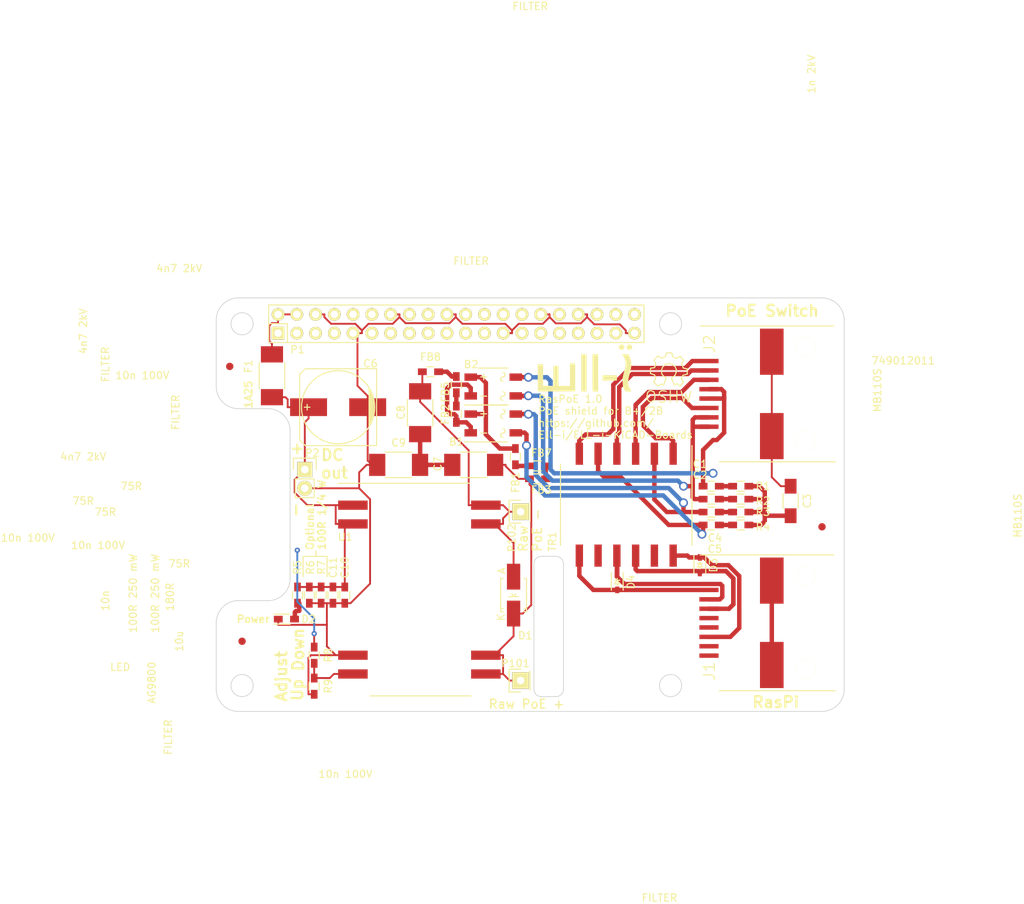
<source format=kicad_pcb>
(kicad_pcb (version 20171130) (host pcbnew "(5.1.12)-1")

  (general
    (thickness 1.6)
    (drawings 119)
    (tracks 352)
    (zones 0)
    (modules 46)
    (nets 73)
  )

  (page A4)
  (layers
    (0 F.Cu signal)
    (31 B.Cu signal)
    (32 B.Adhes user hide)
    (33 F.Adhes user hide)
    (34 B.Paste user hide)
    (35 F.Paste user hide)
    (36 B.SilkS user)
    (37 F.SilkS user)
    (38 B.Mask user)
    (39 F.Mask user)
    (40 Dwgs.User user)
    (41 Cmts.User user)
    (42 Eco1.User user)
    (43 Eco2.User user)
    (44 Edge.Cuts user)
    (45 Margin user hide)
    (46 B.CrtYd user)
    (47 F.CrtYd user)
    (48 B.Fab user)
    (49 F.Fab user)
  )

  (setup
    (last_trace_width 0.254)
    (user_trace_width 0.15)
    (user_trace_width 0.2)
    (user_trace_width 0.25)
    (user_trace_width 0.35)
    (user_trace_width 0.5)
    (user_trace_width 0.6)
    (user_trace_width 0.75)
    (user_trace_width 1)
    (trace_clearance 0.199)
    (zone_clearance 0.5)
    (zone_45_only no)
    (trace_min 0.15)
    (via_size 0.889)
    (via_drill 0.635)
    (via_min_size 0.6)
    (via_min_drill 0.3)
    (user_via 0.6 0.3)
    (user_via 0.7 0.3)
    (user_via 1.2 0.8)
    (user_via 1.5 1)
    (uvia_size 0.508)
    (uvia_drill 0.127)
    (uvias_allowed no)
    (uvia_min_size 0.508)
    (uvia_min_drill 0.127)
    (edge_width 0.1)
    (segment_width 2)
    (pcb_text_width 0.3)
    (pcb_text_size 1.5 1.5)
    (mod_edge_width 0.15)
    (mod_text_size 1 1)
    (mod_text_width 0.15)
    (pad_size 0.9 0.55)
    (pad_drill 0)
    (pad_to_mask_clearance 0)
    (aux_axis_origin 0 0)
    (visible_elements 7FFFFFFF)
    (pcbplotparams
      (layerselection 0x010f0_80000001)
      (usegerberextensions true)
      (usegerberattributes true)
      (usegerberadvancedattributes true)
      (creategerberjobfile true)
      (excludeedgelayer false)
      (linewidth 0.100000)
      (plotframeref false)
      (viasonmask false)
      (mode 1)
      (useauxorigin false)
      (hpglpennumber 1)
      (hpglpenspeed 20)
      (hpglpendiameter 15.000000)
      (psnegative false)
      (psa4output false)
      (plotreference true)
      (plotvalue false)
      (plotinvisibletext false)
      (padsonsilk false)
      (subtractmaskfromsilk true)
      (outputformat 1)
      (mirror false)
      (drillshape 0)
      (scaleselection 1)
      (outputdirectory "images/"))
  )

  (net 0 "")
  (net 1 GNDD)
  (net 2 /POE_A-)
  (net 3 /VIN)
  (net 4 /POE_A+)
  (net 5 /POE_B-)
  (net 6 "Net-(C1-Pad2)")
  (net 7 /POE_B+)
  (net 8 "Net-(C2-Pad2)")
  (net 9 "Net-(C3-Pad1)")
  (net 10 GNDA)
  (net 11 "Net-(C4-Pad2)")
  (net 12 "Net-(C5-Pad2)")
  (net 13 +5V)
  (net 14 GND)
  (net 15 "Net-(J1-Pad4)")
  (net 16 "Net-(J1-Pad5)")
  (net 17 "Net-(J1-Pad7)")
  (net 18 "Net-(J1-Pad8)")
  (net 19 "Net-(P1-Pad3)")
  (net 20 "Net-(P1-Pad5)")
  (net 21 "Net-(P1-Pad7)")
  (net 22 "Net-(P1-Pad8)")
  (net 23 "Net-(P1-Pad10)")
  (net 24 "Net-(P1-Pad11)")
  (net 25 "Net-(P1-Pad12)")
  (net 26 "Net-(P1-Pad13)")
  (net 27 "Net-(P1-Pad15)")
  (net 28 "Net-(P1-Pad16)")
  (net 29 "Net-(P1-Pad18)")
  (net 30 "Net-(P1-Pad19)")
  (net 31 "Net-(P1-Pad21)")
  (net 32 "Net-(P1-Pad22)")
  (net 33 "Net-(P1-Pad23)")
  (net 34 "Net-(P1-Pad24)")
  (net 35 "Net-(P1-Pad26)")
  (net 36 "Net-(P1-Pad27)")
  (net 37 "Net-(P1-Pad28)")
  (net 38 "Net-(P1-Pad29)")
  (net 39 "Net-(P1-Pad31)")
  (net 40 "Net-(P1-Pad32)")
  (net 41 "Net-(P1-Pad33)")
  (net 42 "Net-(P1-Pad35)")
  (net 43 "Net-(P1-Pad36)")
  (net 44 "Net-(P1-Pad37)")
  (net 45 "Net-(P1-Pad38)")
  (net 46 "Net-(P1-Pad40)")
  (net 47 "Net-(C7-Pad2)")
  (net 48 "Net-(D2-Pad1)")
  (net 49 "Net-(FB1-Pad2)")
  (net 50 "Net-(FB2-Pad2)")
  (net 51 "Net-(FB3-Pad2)")
  (net 52 "Net-(FB5-Pad2)")
  (net 53 "Net-(TR1-Pad11)")
  (net 54 /TD+)
  (net 55 /TD-)
  (net 56 /RD+)
  (net 57 /RD-)
  (net 58 "Net-(J1-Pad9)")
  (net 59 /TX+)
  (net 60 /TX-)
  (net 61 /RX+)
  (net 62 /RX-)
  (net 63 /AG_OUT_+)
  (net 64 /AG_IN_+)
  (net 65 /AG_IN_-)
  (net 66 "Net-(P1-Pad1)")
  (net 67 "Net-(P1-Pad17)")
  (net 68 "Net-(FID1-Pad1)")
  (net 69 "Net-(FID2-Pad1)")
  (net 70 "Net-(FID3-Pad1)")
  (net 71 /AG_OUT+)
  (net 72 /ADJ)

  (net_class Default "This is the default net class."
    (clearance 0.199)
    (trace_width 0.254)
    (via_dia 0.889)
    (via_drill 0.635)
    (uvia_dia 0.508)
    (uvia_drill 0.127)
    (add_net +5V)
    (add_net /ADJ)
    (add_net /AG_IN_+)
    (add_net /AG_IN_-)
    (add_net /AG_OUT+)
    (add_net /AG_OUT_+)
    (add_net /POE_A+)
    (add_net /POE_A-)
    (add_net /POE_B+)
    (add_net /POE_B-)
    (add_net /VIN)
    (add_net GND)
    (add_net GNDD)
    (add_net "Net-(C1-Pad2)")
    (add_net "Net-(C2-Pad2)")
    (add_net "Net-(C3-Pad1)")
    (add_net "Net-(C4-Pad2)")
    (add_net "Net-(C5-Pad2)")
    (add_net "Net-(C7-Pad2)")
    (add_net "Net-(D2-Pad1)")
    (add_net "Net-(FB1-Pad2)")
    (add_net "Net-(FB2-Pad2)")
    (add_net "Net-(FB3-Pad2)")
    (add_net "Net-(FB5-Pad2)")
    (add_net "Net-(FID1-Pad1)")
    (add_net "Net-(FID2-Pad1)")
    (add_net "Net-(FID3-Pad1)")
    (add_net "Net-(J1-Pad4)")
    (add_net "Net-(J1-Pad5)")
    (add_net "Net-(J1-Pad7)")
    (add_net "Net-(J1-Pad8)")
    (add_net "Net-(J1-Pad9)")
    (add_net "Net-(P1-Pad1)")
    (add_net "Net-(P1-Pad10)")
    (add_net "Net-(P1-Pad11)")
    (add_net "Net-(P1-Pad12)")
    (add_net "Net-(P1-Pad13)")
    (add_net "Net-(P1-Pad15)")
    (add_net "Net-(P1-Pad16)")
    (add_net "Net-(P1-Pad17)")
    (add_net "Net-(P1-Pad18)")
    (add_net "Net-(P1-Pad19)")
    (add_net "Net-(P1-Pad21)")
    (add_net "Net-(P1-Pad22)")
    (add_net "Net-(P1-Pad23)")
    (add_net "Net-(P1-Pad24)")
    (add_net "Net-(P1-Pad26)")
    (add_net "Net-(P1-Pad27)")
    (add_net "Net-(P1-Pad28)")
    (add_net "Net-(P1-Pad29)")
    (add_net "Net-(P1-Pad3)")
    (add_net "Net-(P1-Pad31)")
    (add_net "Net-(P1-Pad32)")
    (add_net "Net-(P1-Pad33)")
    (add_net "Net-(P1-Pad35)")
    (add_net "Net-(P1-Pad36)")
    (add_net "Net-(P1-Pad37)")
    (add_net "Net-(P1-Pad38)")
    (add_net "Net-(P1-Pad40)")
    (add_net "Net-(P1-Pad5)")
    (add_net "Net-(P1-Pad7)")
    (add_net "Net-(P1-Pad8)")
    (add_net "Net-(TR1-Pad11)")
  )

  (net_class "Ethernet Signal" ""
    (clearance 0.199)
    (trace_width 0.6)
    (via_dia 0.889)
    (via_drill 0.635)
    (uvia_dia 0.508)
    (uvia_drill 0.127)
    (add_net /RD+)
    (add_net /RD-)
    (add_net /RX+)
    (add_net /RX-)
    (add_net /TD+)
    (add_net /TD-)
    (add_net /TX+)
    (add_net /TX-)
  )

  (net_class "Ethernet shield" ""
    (clearance 0.399)
    (trace_width 0.254)
    (via_dia 0.889)
    (via_drill 0.635)
    (uvia_dia 0.508)
    (uvia_drill 0.127)
    (add_net GNDA)
  )

  (module Capacitors_SMD:c_elec_10x10 (layer F.Cu) (tedit 55468BAD) (tstamp 54D392B4)
    (at 51.5 46.8 180)
    (descr "SMT capacitor, aluminium electrolytic, 10x10")
    (path /54CE6429)
    (fp_text reference C6 (at -4.38 5.906 180) (layer F.SilkS)
      (effects (font (size 1 1) (thickness 0.15)))
    )
    (fp_text value 470u (at 24 -7.7 180) (layer F.SilkS) hide
      (effects (font (size 1 1) (thickness 0.15)))
    )
    (fp_circle (center 0 0) (end 4.953 0) (layer F.SilkS) (width 0.15))
    (fp_line (start 4.191 -0.381) (end 4.191 0.381) (layer F.SilkS) (width 0.15))
    (fp_line (start 4.572 0) (end 3.81 0) (layer F.SilkS) (width 0.15))
    (fp_line (start 4.445 -5.207) (end -5.207 -5.207) (layer F.SilkS) (width 0.15))
    (fp_line (start 5.207 -4.445) (end 4.445 -5.207) (layer F.SilkS) (width 0.15))
    (fp_line (start 5.207 4.445) (end 5.207 -4.445) (layer F.SilkS) (width 0.15))
    (fp_line (start 4.445 5.207) (end 5.207 4.445) (layer F.SilkS) (width 0.15))
    (fp_line (start -5.207 5.207) (end 4.445 5.207) (layer F.SilkS) (width 0.15))
    (fp_line (start -5.207 -5.207) (end -5.207 5.207) (layer F.SilkS) (width 0.15))
    (fp_line (start -4.191 -2.54) (end -4.191 2.54) (layer F.SilkS) (width 0.15))
    (fp_line (start -4.318 2.413) (end -4.318 -2.413) (layer F.SilkS) (width 0.15))
    (fp_line (start -4.445 -2.159) (end -4.445 2.159) (layer F.SilkS) (width 0.15))
    (fp_line (start -4.572 1.778) (end -4.572 -1.778) (layer F.SilkS) (width 0.15))
    (fp_line (start -4.699 -1.397) (end -4.699 1.524) (layer F.SilkS) (width 0.15))
    (fp_line (start -4.826 1.016) (end -4.826 -1.016) (layer F.SilkS) (width 0.15))
    (pad 1 smd rect (at 4.0005 0 180) (size 5.0005 2.4003) (layers F.Cu F.Paste F.Mask)
      (net 63 /AG_OUT_+))
    (pad 2 smd rect (at -4.0005 0 180) (size 5.0005 2.4003) (layers F.Cu F.Paste F.Mask)
      (net 14 GND))
    (model Capacitors_SMD/c_elec_10x10.wrl
      (at (xyz 0 0 0))
      (scale (xyz 1 1 1))
      (rotate (xyz 0 0 0))
    )
  )

  (module Pin_Headers:Pin_Header_Straight_2x20 (layer F.Cu) (tedit 54EF7F39) (tstamp 54D392FC)
    (at 67.5 35.5)
    (descr "Through hole pin header")
    (tags "pin header")
    (path /54D38363)
    (fp_text reference P1 (at -21.5 3.5) (layer F.SilkS)
      (effects (font (size 1 1) (thickness 0.15)))
    )
    (fp_text value CONN_02X20 (at 0 0) (layer F.SilkS) hide
      (effects (font (size 1 1) (thickness 0.15)))
    )
    (fp_line (start -25.4 2.54) (end -25.4 0) (layer F.SilkS) (width 0.15))
    (fp_line (start -22.86 0) (end -22.86 2.54) (layer F.SilkS) (width 0.15))
    (fp_line (start -25.4 0) (end -22.86 0) (layer F.SilkS) (width 0.15))
    (fp_line (start -25.4 2.54) (end -22.86 2.54) (layer F.SilkS) (width 0.15))
    (fp_line (start -25.4 -2.54) (end -25.4 0) (layer F.SilkS) (width 0.15))
    (fp_line (start 25.4 -2.54) (end 25.4 2.54) (layer F.SilkS) (width 0.15))
    (fp_line (start -22.86 2.54) (end 25.4 2.54) (layer F.SilkS) (width 0.15))
    (fp_line (start 25.4 -2.54) (end -25.4 -2.54) (layer F.SilkS) (width 0.15))
    (pad 1 thru_hole rect (at -24.13 1.27) (size 1.7272 1.7272) (drill 1.016) (layers *.Cu *.Mask F.SilkS)
      (net 66 "Net-(P1-Pad1)"))
    (pad 2 thru_hole oval (at -24.13 -1.27) (size 1.7272 1.7272) (drill 1.016) (layers *.Cu *.Mask F.SilkS)
      (net 13 +5V))
    (pad 3 thru_hole oval (at -21.59 1.27) (size 1.7272 1.7272) (drill 1.016) (layers *.Cu *.Mask F.SilkS)
      (net 19 "Net-(P1-Pad3)"))
    (pad 4 thru_hole oval (at -21.59 -1.27) (size 1.7272 1.7272) (drill 1.016) (layers *.Cu *.Mask F.SilkS)
      (net 13 +5V))
    (pad 5 thru_hole oval (at -19.05 1.27) (size 1.7272 1.7272) (drill 1.016) (layers *.Cu *.Mask F.SilkS)
      (net 20 "Net-(P1-Pad5)"))
    (pad 6 thru_hole oval (at -19.05 -1.27) (size 1.7272 1.7272) (drill 1.016) (layers *.Cu *.Mask F.SilkS)
      (net 14 GND))
    (pad 7 thru_hole oval (at -16.51 1.27) (size 1.7272 1.7272) (drill 1.016) (layers *.Cu *.Mask F.SilkS)
      (net 21 "Net-(P1-Pad7)"))
    (pad 8 thru_hole oval (at -16.51 -1.27) (size 1.7272 1.7272) (drill 1.016) (layers *.Cu *.Mask F.SilkS)
      (net 22 "Net-(P1-Pad8)"))
    (pad 9 thru_hole oval (at -13.97 1.27) (size 1.7272 1.7272) (drill 1.016) (layers *.Cu *.Mask F.SilkS)
      (net 14 GND))
    (pad 10 thru_hole oval (at -13.97 -1.27) (size 1.7272 1.7272) (drill 1.016) (layers *.Cu *.Mask F.SilkS)
      (net 23 "Net-(P1-Pad10)"))
    (pad 11 thru_hole oval (at -11.43 1.27) (size 1.7272 1.7272) (drill 1.016) (layers *.Cu *.Mask F.SilkS)
      (net 24 "Net-(P1-Pad11)"))
    (pad 12 thru_hole oval (at -11.43 -1.27) (size 1.7272 1.7272) (drill 1.016) (layers *.Cu *.Mask F.SilkS)
      (net 25 "Net-(P1-Pad12)"))
    (pad 13 thru_hole oval (at -8.89 1.27) (size 1.7272 1.7272) (drill 1.016) (layers *.Cu *.Mask F.SilkS)
      (net 26 "Net-(P1-Pad13)"))
    (pad 14 thru_hole oval (at -8.89 -1.27) (size 1.7272 1.7272) (drill 1.016) (layers *.Cu *.Mask F.SilkS)
      (net 14 GND))
    (pad 15 thru_hole oval (at -6.35 1.27) (size 1.7272 1.7272) (drill 1.016) (layers *.Cu *.Mask F.SilkS)
      (net 27 "Net-(P1-Pad15)"))
    (pad 16 thru_hole oval (at -6.35 -1.27) (size 1.7272 1.7272) (drill 1.016) (layers *.Cu *.Mask F.SilkS)
      (net 28 "Net-(P1-Pad16)"))
    (pad 17 thru_hole oval (at -3.81 1.27) (size 1.7272 1.7272) (drill 1.016) (layers *.Cu *.Mask F.SilkS)
      (net 67 "Net-(P1-Pad17)"))
    (pad 18 thru_hole oval (at -3.81 -1.27) (size 1.7272 1.7272) (drill 1.016) (layers *.Cu *.Mask F.SilkS)
      (net 29 "Net-(P1-Pad18)"))
    (pad 19 thru_hole oval (at -1.27 1.27) (size 1.7272 1.7272) (drill 1.016) (layers *.Cu *.Mask F.SilkS)
      (net 30 "Net-(P1-Pad19)"))
    (pad 20 thru_hole oval (at -1.27 -1.27) (size 1.7272 1.7272) (drill 1.016) (layers *.Cu *.Mask F.SilkS)
      (net 14 GND))
    (pad 21 thru_hole oval (at 1.27 1.27) (size 1.7272 1.7272) (drill 1.016) (layers *.Cu *.Mask F.SilkS)
      (net 31 "Net-(P1-Pad21)"))
    (pad 22 thru_hole oval (at 1.27 -1.27) (size 1.7272 1.7272) (drill 1.016) (layers *.Cu *.Mask F.SilkS)
      (net 32 "Net-(P1-Pad22)"))
    (pad 23 thru_hole oval (at 3.81 1.27) (size 1.7272 1.7272) (drill 1.016) (layers *.Cu *.Mask F.SilkS)
      (net 33 "Net-(P1-Pad23)"))
    (pad 24 thru_hole oval (at 3.81 -1.27) (size 1.7272 1.7272) (drill 1.016) (layers *.Cu *.Mask F.SilkS)
      (net 34 "Net-(P1-Pad24)"))
    (pad 25 thru_hole oval (at 6.35 1.27) (size 1.7272 1.7272) (drill 1.016) (layers *.Cu *.Mask F.SilkS)
      (net 14 GND))
    (pad 26 thru_hole oval (at 6.35 -1.27) (size 1.7272 1.7272) (drill 1.016) (layers *.Cu *.Mask F.SilkS)
      (net 35 "Net-(P1-Pad26)"))
    (pad 27 thru_hole oval (at 8.89 1.27) (size 1.7272 1.7272) (drill 1.016) (layers *.Cu *.Mask F.SilkS)
      (net 36 "Net-(P1-Pad27)"))
    (pad 28 thru_hole oval (at 8.89 -1.27) (size 1.7272 1.7272) (drill 1.016) (layers *.Cu *.Mask F.SilkS)
      (net 37 "Net-(P1-Pad28)"))
    (pad 29 thru_hole oval (at 11.43 1.27) (size 1.7272 1.7272) (drill 1.016) (layers *.Cu *.Mask F.SilkS)
      (net 38 "Net-(P1-Pad29)"))
    (pad 30 thru_hole oval (at 11.43 -1.27) (size 1.7272 1.7272) (drill 1.016) (layers *.Cu *.Mask F.SilkS)
      (net 14 GND))
    (pad 31 thru_hole oval (at 13.97 1.27) (size 1.7272 1.7272) (drill 1.016) (layers *.Cu *.Mask F.SilkS)
      (net 39 "Net-(P1-Pad31)"))
    (pad 32 thru_hole oval (at 13.97 -1.27) (size 1.7272 1.7272) (drill 1.016) (layers *.Cu *.Mask F.SilkS)
      (net 40 "Net-(P1-Pad32)"))
    (pad 33 thru_hole oval (at 16.51 1.27) (size 1.7272 1.7272) (drill 1.016) (layers *.Cu *.Mask F.SilkS)
      (net 41 "Net-(P1-Pad33)"))
    (pad 34 thru_hole oval (at 16.51 -1.27) (size 1.7272 1.7272) (drill 1.016) (layers *.Cu *.Mask F.SilkS)
      (net 14 GND))
    (pad 35 thru_hole oval (at 19.05 1.27) (size 1.7272 1.7272) (drill 1.016) (layers *.Cu *.Mask F.SilkS)
      (net 42 "Net-(P1-Pad35)"))
    (pad 36 thru_hole oval (at 19.05 -1.27) (size 1.7272 1.7272) (drill 1.016) (layers *.Cu *.Mask F.SilkS)
      (net 43 "Net-(P1-Pad36)"))
    (pad 37 thru_hole oval (at 21.59 1.27) (size 1.7272 1.7272) (drill 1.016) (layers *.Cu *.Mask F.SilkS)
      (net 44 "Net-(P1-Pad37)"))
    (pad 38 thru_hole oval (at 21.59 -1.27) (size 1.7272 1.7272) (drill 1.016) (layers *.Cu *.Mask F.SilkS)
      (net 45 "Net-(P1-Pad38)"))
    (pad 39 thru_hole oval (at 24.13 1.27) (size 1.7272 1.7272) (drill 1.016) (layers *.Cu *.Mask F.SilkS)
      (net 14 GND))
    (pad 40 thru_hole oval (at 24.13 -1.27) (size 1.7272 1.7272) (drill 1.016) (layers *.Cu *.Mask F.SilkS)
      (net 46 "Net-(P1-Pad40)"))
    (model Pin_Headers/Pin_Header_Straight_2x20.wrl
      (at (xyz 0 0 0))
      (scale (xyz 1 1 1))
      (rotate (xyz 0 0 0))
    )
  )

  (module Resistors_SMD:R_0603_HandSoldering (layer F.Cu) (tedit 552AC2FA) (tstamp 552A9DEB)
    (at 106 57.5)
    (descr "Resistor SMD 0603, hand soldering")
    (tags "resistor 0603")
    (path /54CE3746)
    (attr smd)
    (fp_text reference R1 (at 3 0) (layer F.SilkS)
      (effects (font (size 1 1) (thickness 0.15)))
    )
    (fp_text value 75R (at -86 3.5) (layer F.SilkS)
      (effects (font (size 1 1) (thickness 0.15)))
    )
    (fp_line (start -0.5 -0.675) (end 0.5 -0.675) (layer F.SilkS) (width 0.15))
    (fp_line (start 0.5 0.675) (end -0.5 0.675) (layer F.SilkS) (width 0.15))
    (fp_line (start 2 -0.8) (end 2 0.8) (layer F.CrtYd) (width 0.05))
    (fp_line (start -2 -0.8) (end -2 0.8) (layer F.CrtYd) (width 0.05))
    (fp_line (start -2 0.8) (end 2 0.8) (layer F.CrtYd) (width 0.05))
    (fp_line (start -2 -0.8) (end 2 -0.8) (layer F.CrtYd) (width 0.05))
    (pad 1 smd rect (at -1.1 0) (size 1.2 0.9) (layers F.Cu F.Paste F.Mask)
      (net 6 "Net-(C1-Pad2)"))
    (pad 2 smd rect (at 1.1 0) (size 1.2 0.9) (layers F.Cu F.Paste F.Mask)
      (net 9 "Net-(C3-Pad1)"))
    (model Resistors_SMD/R_0603_HandSoldering.wrl
      (at (xyz 0 0 0))
      (scale (xyz 1 1 1))
      (rotate (xyz 0 0 0))
    )
  )

  (module Resistors_SMD:R_0603_HandSoldering (layer F.Cu) (tedit 552ABD1E) (tstamp 552A9E05)
    (at 106 59.25)
    (descr "Resistor SMD 0603, hand soldering")
    (tags "resistor 0603")
    (path /54CE3779)
    (attr smd)
    (fp_text reference R2 (at 3 0.25) (layer F.SilkS)
      (effects (font (size 1 1) (thickness 0.15)))
    )
    (fp_text value 75R (at -76 8.75) (layer F.SilkS)
      (effects (font (size 1 1) (thickness 0.15)))
    )
    (fp_line (start -0.5 -0.675) (end 0.5 -0.675) (layer F.SilkS) (width 0.15))
    (fp_line (start 0.5 0.675) (end -0.5 0.675) (layer F.SilkS) (width 0.15))
    (fp_line (start 2 -0.8) (end 2 0.8) (layer F.CrtYd) (width 0.05))
    (fp_line (start -2 -0.8) (end -2 0.8) (layer F.CrtYd) (width 0.05))
    (fp_line (start -2 0.8) (end 2 0.8) (layer F.CrtYd) (width 0.05))
    (fp_line (start -2 -0.8) (end 2 -0.8) (layer F.CrtYd) (width 0.05))
    (pad 1 smd rect (at -1.1 0) (size 1.2 0.9) (layers F.Cu F.Paste F.Mask)
      (net 8 "Net-(C2-Pad2)"))
    (pad 2 smd rect (at 1.1 0) (size 1.2 0.9) (layers F.Cu F.Paste F.Mask)
      (net 9 "Net-(C3-Pad1)"))
    (model Resistors_SMD/R_0603_HandSoldering.wrl
      (at (xyz 0 0 0))
      (scale (xyz 1 1 1))
      (rotate (xyz 0 0 0))
    )
  )

  (module Resistors_SMD:R_0603_HandSoldering (layer F.Cu) (tedit 552ABE07) (tstamp 54EB4A54)
    (at 106 61)
    (descr "Resistor SMD 0603, hand soldering")
    (tags "resistor 0603")
    (path /54CE3796)
    (attr smd)
    (fp_text reference R3 (at 3 0) (layer F.SilkS)
      (effects (font (size 1 1) (thickness 0.15)))
    )
    (fp_text value 75R (at -82.5 -3.5) (layer F.SilkS)
      (effects (font (size 1 1) (thickness 0.15)))
    )
    (fp_line (start -0.5 -0.675) (end 0.5 -0.675) (layer F.SilkS) (width 0.15))
    (fp_line (start 0.5 0.675) (end -0.5 0.675) (layer F.SilkS) (width 0.15))
    (fp_line (start 2 -0.8) (end 2 0.8) (layer F.CrtYd) (width 0.05))
    (fp_line (start -2 -0.8) (end -2 0.8) (layer F.CrtYd) (width 0.05))
    (fp_line (start -2 0.8) (end 2 0.8) (layer F.CrtYd) (width 0.05))
    (fp_line (start -2 -0.8) (end 2 -0.8) (layer F.CrtYd) (width 0.05))
    (pad 1 smd rect (at -1.1 0) (size 1.2 0.9) (layers F.Cu F.Paste F.Mask)
      (net 11 "Net-(C4-Pad2)"))
    (pad 2 smd rect (at 1.1 0) (size 1.2 0.9) (layers F.Cu F.Paste F.Mask)
      (net 9 "Net-(C3-Pad1)"))
    (model Resistors_SMD/R_0603_HandSoldering.wrl
      (at (xyz 0 0 0))
      (scale (xyz 1 1 1))
      (rotate (xyz 0 0 0))
    )
  )

  (module Resistors_SMD:R_0603_HandSoldering (layer F.Cu) (tedit 552ABC6E) (tstamp 54EB4A47)
    (at 106 62.75)
    (descr "Resistor SMD 0603, hand soldering")
    (tags "resistor 0603")
    (path /54CE37B5)
    (attr smd)
    (fp_text reference R4 (at 3 0.25) (layer F.SilkS)
      (effects (font (size 1 1) (thickness 0.15)))
    )
    (fp_text value 75R (at -89 -3.25) (layer F.SilkS)
      (effects (font (size 1 1) (thickness 0.15)))
    )
    (fp_line (start -0.5 -0.675) (end 0.5 -0.675) (layer F.SilkS) (width 0.15))
    (fp_line (start 0.5 0.675) (end -0.5 0.675) (layer F.SilkS) (width 0.15))
    (fp_line (start 2 -0.8) (end 2 0.8) (layer F.CrtYd) (width 0.05))
    (fp_line (start -2 -0.8) (end -2 0.8) (layer F.CrtYd) (width 0.05))
    (fp_line (start -2 0.8) (end 2 0.8) (layer F.CrtYd) (width 0.05))
    (fp_line (start -2 -0.8) (end 2 -0.8) (layer F.CrtYd) (width 0.05))
    (pad 1 smd rect (at -1.1 0) (size 1.2 0.9) (layers F.Cu F.Paste F.Mask)
      (net 12 "Net-(C5-Pad2)"))
    (pad 2 smd rect (at 1.1 0) (size 1.2 0.9) (layers F.Cu F.Paste F.Mask)
      (net 9 "Net-(C3-Pad1)"))
    (model Resistors_SMD/R_0603_HandSoldering.wrl
      (at (xyz 0 0 0))
      (scale (xyz 1 1 1))
      (rotate (xyz 0 0 0))
    )
  )

  (module Capacitors_SMD:C_1812_HandSoldering (layer F.Cu) (tedit 5546893A) (tstamp 54E5B66C)
    (at 69.85 54.61 180)
    (descr "Capacitor SMD 1812, hand soldering")
    (tags "capacitor 1812")
    (path /54E5CE32)
    (attr smd)
    (fp_text reference C7 (at 4.85 0.11 270) (layer F.SilkS)
      (effects (font (size 1 1) (thickness 0.15)))
    )
    (fp_text value "4n7 2kV" (at 39.85 26.61 180) (layer F.SilkS)
      (effects (font (size 1 1) (thickness 0.15)))
    )
    (fp_line (start -1.8 1.725) (end 1.8 1.725) (layer F.SilkS) (width 0.15))
    (fp_line (start 1.8 -1.725) (end -1.8 -1.725) (layer F.SilkS) (width 0.15))
    (fp_line (start 4.3 -1.85) (end 4.3 1.85) (layer F.CrtYd) (width 0.05))
    (fp_line (start -4.3 -1.85) (end -4.3 1.85) (layer F.CrtYd) (width 0.05))
    (fp_line (start -4.3 1.85) (end 4.3 1.85) (layer F.CrtYd) (width 0.05))
    (fp_line (start -4.3 -1.85) (end 4.3 -1.85) (layer F.CrtYd) (width 0.05))
    (pad 1 smd rect (at -2.9 0 180) (size 2.2 3) (layers F.Cu F.Paste F.Mask)
      (net 64 /AG_IN_+))
    (pad 2 smd rect (at 2.9 0 180) (size 2.2 3) (layers F.Cu F.Paste F.Mask)
      (net 47 "Net-(C7-Pad2)"))
    (model Capacitors_SMD/C_1812_HandSoldering.wrl
      (at (xyz 0 0 0))
      (scale (xyz 1 1 1))
      (rotate (xyz 0 0 0))
    )
  )

  (module Capacitors_SMD:C_1812_HandSoldering (layer F.Cu) (tedit 552A9ED1) (tstamp 54E5B678)
    (at 62.6 47.55 270)
    (descr "Capacitor SMD 1812, hand soldering")
    (tags "capacitor 1812")
    (path /54E5CE87)
    (attr smd)
    (fp_text reference C8 (at -0.05 2.6 270) (layer F.SilkS)
      (effects (font (size 1 1) (thickness 0.15)))
    )
    (fp_text value "4n7 2kV" (at -11.05 45.6 270) (layer F.SilkS)
      (effects (font (size 1 1) (thickness 0.15)))
    )
    (fp_line (start -1.8 1.725) (end 1.8 1.725) (layer F.SilkS) (width 0.15))
    (fp_line (start 1.8 -1.725) (end -1.8 -1.725) (layer F.SilkS) (width 0.15))
    (fp_line (start 4.3 -1.85) (end 4.3 1.85) (layer F.CrtYd) (width 0.05))
    (fp_line (start -4.3 -1.85) (end -4.3 1.85) (layer F.CrtYd) (width 0.05))
    (fp_line (start -4.3 1.85) (end 4.3 1.85) (layer F.CrtYd) (width 0.05))
    (fp_line (start -4.3 -1.85) (end 4.3 -1.85) (layer F.CrtYd) (width 0.05))
    (pad 1 smd rect (at -2.9 0 270) (size 2.2 3) (layers F.Cu F.Paste F.Mask)
      (net 65 /AG_IN_-))
    (pad 2 smd rect (at 2.9 0 270) (size 2.2 3) (layers F.Cu F.Paste F.Mask)
      (net 47 "Net-(C7-Pad2)"))
    (model Capacitors_SMD/C_1812_HandSoldering.wrl
      (at (xyz 0 0 0))
      (scale (xyz 1 1 1))
      (rotate (xyz 0 0 0))
    )
  )

  (module Capacitors_SMD:C_1812_HandSoldering (layer F.Cu) (tedit 54EF80EC) (tstamp 54E5B684)
    (at 59.69 54.61)
    (descr "Capacitor SMD 1812, hand soldering")
    (tags "capacitor 1812")
    (path /54E5CEFC)
    (attr smd)
    (fp_text reference C9 (at 0 -3) (layer F.SilkS)
      (effects (font (size 1 1) (thickness 0.15)))
    )
    (fp_text value "4n7 2kV" (at -42.69 -1.11) (layer F.SilkS)
      (effects (font (size 1 1) (thickness 0.15)))
    )
    (fp_line (start -1.8 1.725) (end 1.8 1.725) (layer F.SilkS) (width 0.15))
    (fp_line (start 1.8 -1.725) (end -1.8 -1.725) (layer F.SilkS) (width 0.15))
    (fp_line (start 4.3 -1.85) (end 4.3 1.85) (layer F.CrtYd) (width 0.05))
    (fp_line (start -4.3 -1.85) (end -4.3 1.85) (layer F.CrtYd) (width 0.05))
    (fp_line (start -4.3 1.85) (end 4.3 1.85) (layer F.CrtYd) (width 0.05))
    (fp_line (start -4.3 -1.85) (end 4.3 -1.85) (layer F.CrtYd) (width 0.05))
    (pad 1 smd rect (at -2.9 0) (size 2.2 3) (layers F.Cu F.Paste F.Mask)
      (net 14 GND))
    (pad 2 smd rect (at 2.9 0) (size 2.2 3) (layers F.Cu F.Paste F.Mask)
      (net 47 "Net-(C7-Pad2)"))
    (model Capacitors_SMD/C_1812_HandSoldering.wrl
      (at (xyz 0 0 0))
      (scale (xyz 1 1 1))
      (rotate (xyz 0 0 0))
    )
  )

  (module Diodes_SMD:Diode-SMA_Handsoldering (layer F.Cu) (tedit 55468FD5) (tstamp 54E5B6AF)
    (at 75.25 72.25 270)
    (descr "Diode SMA Handsoldering")
    (tags "Diode SMA Handsoldering")
    (path /54D4DBD6)
    (attr smd)
    (fp_text reference D1 (at 5.474 -1.585) (layer F.SilkS)
      (effects (font (size 1 1) (thickness 0.15)))
    )
    (fp_text value SMA58 (at -44 -7.5 270) (layer F.SilkS) hide
      (effects (font (size 1 1) (thickness 0.15)))
    )
    (fp_line (start -2.25044 -1.75006) (end 2.25044 -1.75006) (layer F.SilkS) (width 0.15))
    (fp_line (start -2.25044 1.75006) (end 2.25044 1.75006) (layer F.SilkS) (width 0.15))
    (fp_line (start 2.25044 -1.75006) (end 2.25044 -1.39954) (layer F.SilkS) (width 0.15))
    (fp_line (start -2.25044 -1.75006) (end -2.25044 -1.39954) (layer F.SilkS) (width 0.15))
    (fp_line (start -2.25044 1.75006) (end -2.25044 1.39954) (layer F.SilkS) (width 0.15))
    (fp_line (start 2.25044 1.75006) (end 2.25044 1.39954) (layer F.SilkS) (width 0.15))
    (fp_line (start 1.80086 -1.75006) (end 1.80086 -1.39954) (layer F.SilkS) (width 0.15))
    (fp_line (start 1.80086 1.75006) (end 1.80086 1.39954) (layer F.SilkS) (width 0.15))
    (fp_line (start 0.20066 0) (end -0.20066 -0.29972) (layer F.SilkS) (width 0.15))
    (fp_line (start 0.20066 0) (end -0.20066 0.24892) (layer F.SilkS) (width 0.15))
    (fp_line (start 0.20066 -0.65024) (end 0.20066 0.65024) (layer F.SilkS) (width 0.15))
    (fp_text user A (at -3.29946 1.6002 270) (layer F.SilkS)
      (effects (font (size 1 1) (thickness 0.15)))
    )
    (fp_text user K (at 2.99974 1.69926 270) (layer F.SilkS)
      (effects (font (size 1 1) (thickness 0.15)))
    )
    (pad 1 smd rect (at -2.49936 0 270) (size 3.50012 1.80086) (layers F.Cu F.Paste F.Mask)
      (net 65 /AG_IN_-))
    (pad 2 smd rect (at 2.49936 0 270) (size 3.50012 1.80086) (layers F.Cu F.Paste F.Mask)
      (net 64 /AG_IN_+))
    (model Diodes_SMD/Diode-SMA_Handsoldering.wrl
      (at (xyz 0 0 0))
      (scale (xyz 0.3937000036239624 0.3937000036239624 0.3937000036239624))
      (rotate (xyz 0 0 0))
    )
  )

  (module Resistors_SMD:R_0603_HandSoldering (layer F.Cu) (tedit 552ABD1B) (tstamp 54E5B6BB)
    (at 44.5 75.5 180)
    (descr "Resistor SMD 0603, hand soldering")
    (tags "resistor 0603")
    (path /54E60DF0)
    (attr smd)
    (fp_text reference D2 (at -3 0 180) (layer F.SilkS)
      (effects (font (size 1 1) (thickness 0.15)))
    )
    (fp_text value LED (at 22.5 -6.5 180) (layer F.SilkS)
      (effects (font (size 1 1) (thickness 0.15)))
    )
    (fp_line (start -0.5 -0.675) (end 0.5 -0.675) (layer F.SilkS) (width 0.15))
    (fp_line (start 0.5 0.675) (end -0.5 0.675) (layer F.SilkS) (width 0.15))
    (fp_line (start 2 -0.8) (end 2 0.8) (layer F.CrtYd) (width 0.05))
    (fp_line (start -2 -0.8) (end -2 0.8) (layer F.CrtYd) (width 0.05))
    (fp_line (start -2 0.8) (end 2 0.8) (layer F.CrtYd) (width 0.05))
    (fp_line (start -2 -0.8) (end 2 -0.8) (layer F.CrtYd) (width 0.05))
    (pad 1 smd rect (at -1.1 0 180) (size 1.2 0.9) (layers F.Cu F.Paste F.Mask)
      (net 48 "Net-(D2-Pad1)"))
    (pad 2 smd rect (at 1.1 0 180) (size 1.2 0.9) (layers F.Cu F.Paste F.Mask)
      (net 14 GND))
    (model Resistors_SMD/R_0603_HandSoldering.wrl
      (at (xyz 0 0 0))
      (scale (xyz 1 1 1))
      (rotate (xyz 0 0 0))
    )
  )

  (module Resistors_SMD:R_0603_HandSoldering (layer F.Cu) (tedit 552ABD11) (tstamp 552AA0AA)
    (at 75.5 53.5 270)
    (descr "Resistor SMD 0603, hand soldering")
    (tags "resistor 0603")
    (path /54E5B503)
    (attr smd)
    (fp_text reference FB1 (at 3.5 0 270) (layer F.SilkS)
      (effects (font (size 1 1) (thickness 0.15)))
    )
    (fp_text value FILTER (at 38 47 270) (layer F.SilkS)
      (effects (font (size 1 1) (thickness 0.15)))
    )
    (fp_line (start -0.5 -0.675) (end 0.5 -0.675) (layer F.SilkS) (width 0.15))
    (fp_line (start 0.5 0.675) (end -0.5 0.675) (layer F.SilkS) (width 0.15))
    (fp_line (start 2 -0.8) (end 2 0.8) (layer F.CrtYd) (width 0.05))
    (fp_line (start -2 -0.8) (end -2 0.8) (layer F.CrtYd) (width 0.05))
    (fp_line (start -2 0.8) (end 2 0.8) (layer F.CrtYd) (width 0.05))
    (fp_line (start -2 -0.8) (end 2 -0.8) (layer F.CrtYd) (width 0.05))
    (pad 1 smd rect (at -1.1 0 270) (size 1.2 0.9) (layers F.Cu F.Paste F.Mask)
      (net 3 /VIN))
    (pad 2 smd rect (at 1.1 0 270) (size 1.2 0.9) (layers F.Cu F.Paste F.Mask)
      (net 49 "Net-(FB1-Pad2)"))
    (model Resistors_SMD/R_0603_HandSoldering.wrl
      (at (xyz 0 0 0))
      (scale (xyz 1 1 1))
      (rotate (xyz 0 0 0))
    )
  )

  (module Resistors_SMD:R_0603_HandSoldering (layer F.Cu) (tedit 552AC303) (tstamp 54E5B6DF)
    (at 67.5 47.75 90)
    (descr "Resistor SMD 0603, hand soldering")
    (tags "resistor 0603")
    (path /54E5CA53)
    (attr smd)
    (fp_text reference FB2 (at 0 -1.5 90) (layer F.SilkS)
      (effects (font (size 1 1) (thickness 0.15)))
    )
    (fp_text value FILTER (at 0.25 -38 90) (layer F.SilkS)
      (effects (font (size 1 1) (thickness 0.15)))
    )
    (fp_line (start -0.5 -0.675) (end 0.5 -0.675) (layer F.SilkS) (width 0.15))
    (fp_line (start 0.5 0.675) (end -0.5 0.675) (layer F.SilkS) (width 0.15))
    (fp_line (start 2 -0.8) (end 2 0.8) (layer F.CrtYd) (width 0.05))
    (fp_line (start -2 -0.8) (end -2 0.8) (layer F.CrtYd) (width 0.05))
    (fp_line (start -2 0.8) (end 2 0.8) (layer F.CrtYd) (width 0.05))
    (fp_line (start -2 -0.8) (end 2 -0.8) (layer F.CrtYd) (width 0.05))
    (pad 1 smd rect (at -1.1 0 90) (size 1.2 0.9) (layers F.Cu F.Paste F.Mask)
      (net 1 GNDD))
    (pad 2 smd rect (at 1.1 0 90) (size 1.2 0.9) (layers F.Cu F.Paste F.Mask)
      (net 50 "Net-(FB2-Pad2)"))
    (model Resistors_SMD/R_0603_HandSoldering.wrl
      (at (xyz 0 0 0))
      (scale (xyz 1 1 1))
      (rotate (xyz 0 0 0))
    )
  )

  (module Resistors_SMD:R_0603_HandSoldering (layer F.Cu) (tedit 552AC2B9) (tstamp 54E5B6EB)
    (at 78.5 54.75)
    (descr "Resistor SMD 0603, hand soldering")
    (tags "resistor 0603")
    (path /54E5A9E3)
    (attr smd)
    (fp_text reference FB3 (at 0.5 3.25) (layer F.SilkS)
      (effects (font (size 1 1) (thickness 0.15)))
    )
    (fp_text value FILTER (at 16.5 58.5) (layer F.SilkS)
      (effects (font (size 1 1) (thickness 0.15)))
    )
    (fp_line (start -0.5 -0.675) (end 0.5 -0.675) (layer F.SilkS) (width 0.15))
    (fp_line (start 0.5 0.675) (end -0.5 0.675) (layer F.SilkS) (width 0.15))
    (fp_line (start 2 -0.8) (end 2 0.8) (layer F.CrtYd) (width 0.05))
    (fp_line (start -2 -0.8) (end -2 0.8) (layer F.CrtYd) (width 0.05))
    (fp_line (start -2 0.8) (end 2 0.8) (layer F.CrtYd) (width 0.05))
    (fp_line (start -2 -0.8) (end 2 -0.8) (layer F.CrtYd) (width 0.05))
    (pad 1 smd rect (at -1.1 0) (size 1.2 0.9) (layers F.Cu F.Paste F.Mask)
      (net 49 "Net-(FB1-Pad2)"))
    (pad 2 smd rect (at 1.1 0) (size 1.2 0.9) (layers F.Cu F.Paste F.Mask)
      (net 51 "Net-(FB3-Pad2)"))
    (model Resistors_SMD/R_0603_HandSoldering.wrl
      (at (xyz 0 0 0))
      (scale (xyz 1 1 1))
      (rotate (xyz 0 0 0))
    )
  )

  (module Resistors_SMD:R_0603_HandSoldering (layer F.Cu) (tedit 552ABBEA) (tstamp 54E5B703)
    (at 67.5 43.75 90)
    (descr "Resistor SMD 0603, hand soldering")
    (tags "resistor 0603")
    (path /54E5CA41)
    (attr smd)
    (fp_text reference FB5 (at -1 -1.5 90) (layer F.SilkS)
      (effects (font (size 1 1) (thickness 0.15)))
    )
    (fp_text value FILTER (at 2.75 -47.5 90) (layer F.SilkS)
      (effects (font (size 1 1) (thickness 0.15)))
    )
    (fp_line (start -0.5 -0.675) (end 0.5 -0.675) (layer F.SilkS) (width 0.15))
    (fp_line (start 0.5 0.675) (end -0.5 0.675) (layer F.SilkS) (width 0.15))
    (fp_line (start 2 -0.8) (end 2 0.8) (layer F.CrtYd) (width 0.05))
    (fp_line (start -2 -0.8) (end -2 0.8) (layer F.CrtYd) (width 0.05))
    (fp_line (start -2 0.8) (end 2 0.8) (layer F.CrtYd) (width 0.05))
    (fp_line (start -2 -0.8) (end 2 -0.8) (layer F.CrtYd) (width 0.05))
    (pad 1 smd rect (at -1.1 0 90) (size 1.2 0.9) (layers F.Cu F.Paste F.Mask)
      (net 50 "Net-(FB2-Pad2)"))
    (pad 2 smd rect (at 1.1 0 90) (size 1.2 0.9) (layers F.Cu F.Paste F.Mask)
      (net 52 "Net-(FB5-Pad2)"))
    (model Resistors_SMD/R_0603_HandSoldering.wrl
      (at (xyz 0 0 0))
      (scale (xyz 1 1 1))
      (rotate (xyz 0 0 0))
    )
  )

  (module Resistors_SMD:R_0603_HandSoldering (layer F.Cu) (tedit 552AC2B6) (tstamp 54E5B71B)
    (at 78.5 56.5 180)
    (descr "Resistor SMD 0603, hand soldering")
    (tags "resistor 0603")
    (path /54E5B4CC)
    (attr smd)
    (fp_text reference FB7 (at -0.5 3.5 180) (layer F.SilkS)
      (effects (font (size 1 1) (thickness 0.15)))
    )
    (fp_text value FILTER (at 1 64 180) (layer F.SilkS)
      (effects (font (size 1 1) (thickness 0.15)))
    )
    (fp_line (start -0.5 -0.675) (end 0.5 -0.675) (layer F.SilkS) (width 0.15))
    (fp_line (start 0.5 0.675) (end -0.5 0.675) (layer F.SilkS) (width 0.15))
    (fp_line (start 2 -0.8) (end 2 0.8) (layer F.CrtYd) (width 0.05))
    (fp_line (start -2 -0.8) (end -2 0.8) (layer F.CrtYd) (width 0.05))
    (fp_line (start -2 0.8) (end 2 0.8) (layer F.CrtYd) (width 0.05))
    (fp_line (start -2 -0.8) (end 2 -0.8) (layer F.CrtYd) (width 0.05))
    (pad 1 smd rect (at -1.1 0 180) (size 1.2 0.9) (layers F.Cu F.Paste F.Mask)
      (net 51 "Net-(FB3-Pad2)"))
    (pad 2 smd rect (at 1.1 0 180) (size 1.2 0.9) (layers F.Cu F.Paste F.Mask)
      (net 64 /AG_IN_+))
    (model Resistors_SMD/R_0603_HandSoldering.wrl
      (at (xyz 0 0 0))
      (scale (xyz 1 1 1))
      (rotate (xyz 0 0 0))
    )
  )

  (module Resistors_SMD:R_0603_HandSoldering (layer F.Cu) (tedit 54EF80BF) (tstamp 54E5B727)
    (at 64 42 180)
    (descr "Resistor SMD 0603, hand soldering")
    (tags "resistor 0603")
    (path /54E5CA4D)
    (attr smd)
    (fp_text reference FB8 (at 0 2 180) (layer F.SilkS)
      (effects (font (size 1 1) (thickness 0.15)))
    )
    (fp_text value FILTER (at -5.5 15 180) (layer F.SilkS)
      (effects (font (size 1 1) (thickness 0.15)))
    )
    (fp_line (start -0.5 -0.675) (end 0.5 -0.675) (layer F.SilkS) (width 0.15))
    (fp_line (start 0.5 0.675) (end -0.5 0.675) (layer F.SilkS) (width 0.15))
    (fp_line (start 2 -0.8) (end 2 0.8) (layer F.CrtYd) (width 0.05))
    (fp_line (start -2 -0.8) (end -2 0.8) (layer F.CrtYd) (width 0.05))
    (fp_line (start -2 0.8) (end 2 0.8) (layer F.CrtYd) (width 0.05))
    (fp_line (start -2 -0.8) (end 2 -0.8) (layer F.CrtYd) (width 0.05))
    (pad 1 smd rect (at -1.1 0 180) (size 1.2 0.9) (layers F.Cu F.Paste F.Mask)
      (net 52 "Net-(FB5-Pad2)"))
    (pad 2 smd rect (at 1.1 0 180) (size 1.2 0.9) (layers F.Cu F.Paste F.Mask)
      (net 65 /AG_IN_-))
    (model Resistors_SMD/R_0603_HandSoldering.wrl
      (at (xyz 0 0 0))
      (scale (xyz 1 1 1))
      (rotate (xyz 0 0 0))
    )
  )

  (module Resistors_SMD:R_0603_HandSoldering (layer F.Cu) (tedit 552A84F2) (tstamp 54E5B733)
    (at 46 72.25 270)
    (descr "Resistor SMD 0603, hand soldering")
    (tags "resistor 0603")
    (path /54E60EA2)
    (attr smd)
    (fp_text reference R5 (at -3.75 0 270) (layer F.SilkS)
      (effects (font (size 1 1) (thickness 0.15)))
    )
    (fp_text value 180R (at 0.25 17.25 270) (layer F.SilkS)
      (effects (font (size 1 1) (thickness 0.15)))
    )
    (fp_line (start -0.5 -0.675) (end 0.5 -0.675) (layer F.SilkS) (width 0.15))
    (fp_line (start 0.5 0.675) (end -0.5 0.675) (layer F.SilkS) (width 0.15))
    (fp_line (start 2 -0.8) (end 2 0.8) (layer F.CrtYd) (width 0.05))
    (fp_line (start -2 -0.8) (end -2 0.8) (layer F.CrtYd) (width 0.05))
    (fp_line (start -2 0.8) (end 2 0.8) (layer F.CrtYd) (width 0.05))
    (fp_line (start -2 -0.8) (end 2 -0.8) (layer F.CrtYd) (width 0.05))
    (pad 1 smd rect (at -1.1 0 270) (size 1.2 0.9) (layers F.Cu F.Paste F.Mask)
      (net 63 /AG_OUT_+))
    (pad 2 smd rect (at 1.1 0 270) (size 1.2 0.9) (layers F.Cu F.Paste F.Mask)
      (net 48 "Net-(D2-Pad1)"))
    (model Resistors_SMD/R_0603_HandSoldering.wrl
      (at (xyz 0 0 0))
      (scale (xyz 1 1 1))
      (rotate (xyz 0 0 0))
    )
  )

  (module Resistors_SMD:R_0603_HandSoldering (layer F.Cu) (tedit 54EF80DD) (tstamp 54E5B73F)
    (at 47.6 72.25 270)
    (descr "Resistor SMD 0603, hand soldering")
    (tags "resistor 0603")
    (path /54E617AD)
    (attr smd)
    (fp_text reference R6 (at -3.75 -0.15 270) (layer F.SilkS)
      (effects (font (size 1 1) (thickness 0.15)))
    )
    (fp_text value "100R 250 mW" (at -0.25 20.85 270) (layer F.SilkS)
      (effects (font (size 1 1) (thickness 0.15)))
    )
    (fp_line (start -0.5 -0.675) (end 0.5 -0.675) (layer F.SilkS) (width 0.15))
    (fp_line (start 0.5 0.675) (end -0.5 0.675) (layer F.SilkS) (width 0.15))
    (fp_line (start 2 -0.8) (end 2 0.8) (layer F.CrtYd) (width 0.05))
    (fp_line (start -2 -0.8) (end -2 0.8) (layer F.CrtYd) (width 0.05))
    (fp_line (start -2 0.8) (end 2 0.8) (layer F.CrtYd) (width 0.05))
    (fp_line (start -2 -0.8) (end 2 -0.8) (layer F.CrtYd) (width 0.05))
    (pad 1 smd rect (at -1.1 0 270) (size 1.2 0.9) (layers F.Cu F.Paste F.Mask)
      (net 63 /AG_OUT_+))
    (pad 2 smd rect (at 1.1 0 270) (size 1.2 0.9) (layers F.Cu F.Paste F.Mask)
      (net 14 GND))
    (model Resistors_SMD/R_0603_HandSoldering.wrl
      (at (xyz 0 0 0))
      (scale (xyz 1 1 1))
      (rotate (xyz 0 0 0))
    )
  )

  (module Resistors_SMD:R_0603_HandSoldering (layer F.Cu) (tedit 54EF80DB) (tstamp 54E5B74B)
    (at 49.2 72.25 270)
    (descr "Resistor SMD 0603, hand soldering")
    (tags "resistor 0603")
    (path /54E6183C)
    (attr smd)
    (fp_text reference R7 (at -3.75 -0.05 270) (layer F.SilkS)
      (effects (font (size 1 1) (thickness 0.15)))
    )
    (fp_text value "100R 250 mW" (at -0.25 25.45 270) (layer F.SilkS)
      (effects (font (size 1 1) (thickness 0.15)))
    )
    (fp_line (start -0.5 -0.675) (end 0.5 -0.675) (layer F.SilkS) (width 0.15))
    (fp_line (start 0.5 0.675) (end -0.5 0.675) (layer F.SilkS) (width 0.15))
    (fp_line (start 2 -0.8) (end 2 0.8) (layer F.CrtYd) (width 0.05))
    (fp_line (start -2 -0.8) (end -2 0.8) (layer F.CrtYd) (width 0.05))
    (fp_line (start -2 0.8) (end 2 0.8) (layer F.CrtYd) (width 0.05))
    (fp_line (start -2 -0.8) (end 2 -0.8) (layer F.CrtYd) (width 0.05))
    (pad 1 smd rect (at -1.1 0 270) (size 1.2 0.9) (layers F.Cu F.Paste F.Mask)
      (net 63 /AG_OUT_+))
    (pad 2 smd rect (at 1.1 0 270) (size 1.2 0.9) (layers F.Cu F.Paste F.Mask)
      (net 14 GND))
    (model Resistors_SMD/R_0603_HandSoldering.wrl
      (at (xyz 0 0 0))
      (scale (xyz 1 1 1))
      (rotate (xyz 0 0 0))
    )
  )

  (module project_specific:WE_749012011 (layer F.Cu) (tedit 552AC3EE) (tstamp 552AAAB8)
    (at 90.5 60 270)
    (path /54ED03C1)
    (fp_text reference TR1 (at 5 10 270) (layer F.SilkS)
      (effects (font (size 1 1) (thickness 0.15)))
    )
    (fp_text value 749012011 (at -19.5 -37.5) (layer F.SilkS)
      (effects (font (size 1 1) (thickness 0.15)))
    )
    (fp_line (start 7.62 -8.636) (end -7.62 -8.636) (layer Dwgs.User) (width 0.15))
    (fp_line (start 7.62 8.636) (end 7.62 -8.636) (layer Dwgs.User) (width 0.15))
    (fp_line (start -7.62 8.636) (end 7.62 8.636) (layer Dwgs.User) (width 0.15))
    (fp_line (start -7.62 -8.636) (end -7.62 8.636) (layer Dwgs.User) (width 0.15))
    (fp_line (start 5.5 -8.9) (end -8 -8.9) (layer F.SilkS) (width 0.15))
    (fp_line (start -5.5 8.9) (end 5.5 8.9) (layer F.SilkS) (width 0.15))
    (pad 1 smd rect (at -6.9 -6.35 270) (size 3 1) (layers F.Cu F.Paste F.Mask)
      (net 62 /RX-))
    (pad 2 smd rect (at -6.9 -3.81 270) (size 3 1) (layers F.Cu F.Paste F.Mask)
      (net 2 /POE_A-))
    (pad 3 smd rect (at -6.9 -1.27 270) (size 3 1) (layers F.Cu F.Paste F.Mask)
      (net 61 /RX+))
    (pad 4 smd rect (at -6.9 1.27 270) (size 3 1) (layers F.Cu F.Paste F.Mask)
      (net 60 /TX-))
    (pad 5 smd rect (at -6.9 3.81 270) (size 3 1) (layers F.Cu F.Paste F.Mask)
      (net 4 /POE_A+))
    (pad 6 smd rect (at -6.9 6.35 270) (size 3 1) (layers F.Cu F.Paste F.Mask)
      (net 59 /TX+))
    (pad 7 smd rect (at 6.9 6.35 270) (size 3 1) (layers F.Cu F.Paste F.Mask)
      (net 54 /TD+))
    (pad 8 smd rect (at 6.9 3.81 270) (size 3 1) (layers F.Cu F.Paste F.Mask))
    (pad 9 smd rect (at 6.9 1.27 270) (size 3 1) (layers F.Cu F.Paste F.Mask)
      (net 55 /TD-))
    (pad 10 smd rect (at 6.9 -1.27 270) (size 3 1) (layers F.Cu F.Paste F.Mask)
      (net 56 /RD+))
    (pad 11 smd rect (at 6.9 -3.81 270) (size 3 1) (layers F.Cu F.Paste F.Mask)
      (net 53 "Net-(TR1-Pad11)"))
    (pad 12 smd rect (at 6.9 -6.35 270) (size 3 1) (layers F.Cu F.Paste F.Mask)
      (net 57 /RD-))
  )

  (module project_specific:TO-269AA (layer F.Cu) (tedit 552ABCD1) (tstamp 54EC6DC2)
    (at 72.5 49 270)
    (path /54A92A1C)
    (fp_text reference B1 (at 2.5 5) (layer F.SilkS)
      (effects (font (size 1 1) (thickness 0.15)))
    )
    (fp_text value MB110S (at 12.5 -71 270) (layer F.SilkS)
      (effects (font (size 1 1) (thickness 0.15)))
    )
    (fp_line (start 1.6 3.5) (end 1.6 2) (layer Dwgs.User) (width 0.15))
    (fp_line (start 1 3.5) (end 1.6 3.5) (layer Dwgs.User) (width 0.15))
    (fp_line (start 1 2) (end 1 3.5) (layer Dwgs.User) (width 0.15))
    (fp_line (start -1.6 3.5) (end -1.6 2) (layer Dwgs.User) (width 0.15))
    (fp_line (start -1 3.5) (end -1.6 3.5) (layer Dwgs.User) (width 0.15))
    (fp_line (start -1 2) (end -1 3.5) (layer Dwgs.User) (width 0.15))
    (fp_line (start -1 -3.5) (end -1 -2) (layer Dwgs.User) (width 0.15))
    (fp_line (start -1.6 -3.5) (end -1 -3.5) (layer Dwgs.User) (width 0.15))
    (fp_line (start -1.6 -2) (end -1.6 -3.5) (layer Dwgs.User) (width 0.15))
    (fp_line (start 1.6 -3.5) (end 1.6 -2) (layer Dwgs.User) (width 0.15))
    (fp_line (start 1 -3.5) (end 1.6 -3.5) (layer Dwgs.User) (width 0.15))
    (fp_line (start 1 -2) (end 1 -3.5) (layer Dwgs.User) (width 0.15))
    (fp_line (start -2.3 2) (end -2.3 -2) (layer Dwgs.User) (width 0.15))
    (fp_line (start 2.3 2) (end -2.3 2) (layer Dwgs.User) (width 0.15))
    (fp_line (start 2.3 -2) (end 2.3 2) (layer Dwgs.User) (width 0.15))
    (fp_line (start -2.3 -2) (end 2.3 -2) (layer Dwgs.User) (width 0.15))
    (fp_line (start 1.6 2.4) (end 1 2.4) (layer Dwgs.User) (width 0.15))
    (fp_line (start -1 2.4) (end -1.6 2.4) (layer Dwgs.User) (width 0.15))
    (fp_line (start -1 -2.4) (end -1.6 -2.4) (layer Dwgs.User) (width 0.15))
    (fp_line (start 1 -2.4) (end 1.6 -2.4) (layer Dwgs.User) (width 0.15))
    (fp_line (start 2.5 -2) (end 2.5 3.9) (layer F.SilkS) (width 0.15))
    (fp_line (start -2.5 2) (end -2.5 -2) (layer F.SilkS) (width 0.15))
    (fp_line (start 1.3 1.7) (end 1.3 1) (layer F.SilkS) (width 0.15))
    (fp_line (start 1.3 1) (end 1.3 0.9) (layer F.SilkS) (width 0.15))
    (fp_line (start -1.3 1.7) (end -1.3 0.9) (layer F.SilkS) (width 0.15))
    (fp_line (start -0.9 1.3) (end -1.7 1.3) (layer F.SilkS) (width 0.15))
    (fp_arc (start 1 -1.3) (end 0.7 -1.3) (angle 90) (layer F.SilkS) (width 0.15))
    (fp_arc (start 1 -1.3) (end 1 -1.6) (angle 90) (layer F.SilkS) (width 0.15))
    (fp_arc (start 1.6 -1.3) (end 1.6 -1) (angle 90) (layer F.SilkS) (width 0.15))
    (fp_arc (start 1.6 -1.3) (end 1.9 -1.3) (angle 90) (layer F.SilkS) (width 0.15))
    (fp_arc (start -1 -1.3) (end -0.7 -1.3) (angle 90) (layer F.SilkS) (width 0.15))
    (fp_arc (start -1 -1.3) (end -1 -1) (angle 90) (layer F.SilkS) (width 0.15))
    (fp_arc (start -1.6 -1.3) (end -1.6 -1.6) (angle 90) (layer F.SilkS) (width 0.15))
    (fp_arc (start -1.6 -1.3) (end -1.9 -1.3) (angle 90) (layer F.SilkS) (width 0.15))
    (pad 1 smd rect (at 1.27 3.05 270) (size 1 1.7) (layers F.Cu F.Paste F.Mask)
      (net 1 GNDD))
    (pad 4 smd rect (at -1.27 -3.05 270) (size 1 1.7) (layers F.Cu F.Paste F.Mask)
      (net 2 /POE_A-))
    (pad 2 smd rect (at 1.27 -3.05 270) (size 1 1.7) (layers F.Cu F.Paste F.Mask)
      (net 4 /POE_A+))
    (pad 3 smd rect (at -1.27 3.05 270) (size 1 1.7) (layers F.Cu F.Paste F.Mask)
      (net 3 /VIN))
  )

  (module project_specific:TO-269AA (layer F.Cu) (tedit 552ABCD5) (tstamp 54EC6DD0)
    (at 72.5 44 270)
    (path /54A92A93)
    (fp_text reference B2 (at -3 3) (layer F.SilkS)
      (effects (font (size 1 1) (thickness 0.15)))
    )
    (fp_text value MB110S (at 0.5 -52 270) (layer F.SilkS)
      (effects (font (size 1 1) (thickness 0.15)))
    )
    (fp_line (start 1.6 3.5) (end 1.6 2) (layer Dwgs.User) (width 0.15))
    (fp_line (start 1 3.5) (end 1.6 3.5) (layer Dwgs.User) (width 0.15))
    (fp_line (start 1 2) (end 1 3.5) (layer Dwgs.User) (width 0.15))
    (fp_line (start -1.6 3.5) (end -1.6 2) (layer Dwgs.User) (width 0.15))
    (fp_line (start -1 3.5) (end -1.6 3.5) (layer Dwgs.User) (width 0.15))
    (fp_line (start -1 2) (end -1 3.5) (layer Dwgs.User) (width 0.15))
    (fp_line (start -1 -3.5) (end -1 -2) (layer Dwgs.User) (width 0.15))
    (fp_line (start -1.6 -3.5) (end -1 -3.5) (layer Dwgs.User) (width 0.15))
    (fp_line (start -1.6 -2) (end -1.6 -3.5) (layer Dwgs.User) (width 0.15))
    (fp_line (start 1.6 -3.5) (end 1.6 -2) (layer Dwgs.User) (width 0.15))
    (fp_line (start 1 -3.5) (end 1.6 -3.5) (layer Dwgs.User) (width 0.15))
    (fp_line (start 1 -2) (end 1 -3.5) (layer Dwgs.User) (width 0.15))
    (fp_line (start -2.3 2) (end -2.3 -2) (layer Dwgs.User) (width 0.15))
    (fp_line (start 2.3 2) (end -2.3 2) (layer Dwgs.User) (width 0.15))
    (fp_line (start 2.3 -2) (end 2.3 2) (layer Dwgs.User) (width 0.15))
    (fp_line (start -2.3 -2) (end 2.3 -2) (layer Dwgs.User) (width 0.15))
    (fp_line (start 1.6 2.4) (end 1 2.4) (layer Dwgs.User) (width 0.15))
    (fp_line (start -1 2.4) (end -1.6 2.4) (layer Dwgs.User) (width 0.15))
    (fp_line (start -1 -2.4) (end -1.6 -2.4) (layer Dwgs.User) (width 0.15))
    (fp_line (start 1 -2.4) (end 1.6 -2.4) (layer Dwgs.User) (width 0.15))
    (fp_line (start 2.5 -2) (end 2.5 3.9) (layer F.SilkS) (width 0.15))
    (fp_line (start -2.5 2) (end -2.5 -2) (layer F.SilkS) (width 0.15))
    (fp_line (start 1.3 1.7) (end 1.3 1) (layer F.SilkS) (width 0.15))
    (fp_line (start 1.3 1) (end 1.3 0.9) (layer F.SilkS) (width 0.15))
    (fp_line (start -1.3 1.7) (end -1.3 0.9) (layer F.SilkS) (width 0.15))
    (fp_line (start -0.9 1.3) (end -1.7 1.3) (layer F.SilkS) (width 0.15))
    (fp_arc (start 1 -1.3) (end 0.7 -1.3) (angle 90) (layer F.SilkS) (width 0.15))
    (fp_arc (start 1 -1.3) (end 1 -1.6) (angle 90) (layer F.SilkS) (width 0.15))
    (fp_arc (start 1.6 -1.3) (end 1.6 -1) (angle 90) (layer F.SilkS) (width 0.15))
    (fp_arc (start 1.6 -1.3) (end 1.9 -1.3) (angle 90) (layer F.SilkS) (width 0.15))
    (fp_arc (start -1 -1.3) (end -0.7 -1.3) (angle 90) (layer F.SilkS) (width 0.15))
    (fp_arc (start -1 -1.3) (end -1 -1) (angle 90) (layer F.SilkS) (width 0.15))
    (fp_arc (start -1.6 -1.3) (end -1.6 -1.6) (angle 90) (layer F.SilkS) (width 0.15))
    (fp_arc (start -1.6 -1.3) (end -1.9 -1.3) (angle 90) (layer F.SilkS) (width 0.15))
    (pad 1 smd rect (at 1.27 3.05 270) (size 1 1.7) (layers F.Cu F.Paste F.Mask)
      (net 1 GNDD))
    (pad 4 smd rect (at -1.27 -3.05 270) (size 1 1.7) (layers F.Cu F.Paste F.Mask)
      (net 5 /POE_B-))
    (pad 2 smd rect (at 1.27 -3.05 270) (size 1 1.7) (layers F.Cu F.Paste F.Mask)
      (net 7 /POE_B+))
    (pad 3 smd rect (at -1.27 3.05 270) (size 1 1.7) (layers F.Cu F.Paste F.Mask)
      (net 3 /VIN))
  )

  (module Resistors_SMD:R_0603_HandSoldering (layer F.Cu) (tedit 552ABC6B) (tstamp 552A9DF8)
    (at 102 57.5)
    (descr "Resistor SMD 0603, hand soldering")
    (tags "resistor 0603")
    (path /54CE35F8)
    (attr smd)
    (fp_text reference C1 (at -1.5 -3) (layer F.SilkS)
      (effects (font (size 1 1) (thickness 0.15)))
    )
    (fp_text value "10n 100V" (at -77 -15) (layer F.SilkS)
      (effects (font (size 1 1) (thickness 0.15)))
    )
    (fp_line (start -0.5 -0.675) (end 0.5 -0.675) (layer F.SilkS) (width 0.15))
    (fp_line (start 0.5 0.675) (end -0.5 0.675) (layer F.SilkS) (width 0.15))
    (fp_line (start 2 -0.8) (end 2 0.8) (layer F.CrtYd) (width 0.05))
    (fp_line (start -2 -0.8) (end -2 0.8) (layer F.CrtYd) (width 0.05))
    (fp_line (start -2 0.8) (end 2 0.8) (layer F.CrtYd) (width 0.05))
    (fp_line (start -2 -0.8) (end 2 -0.8) (layer F.CrtYd) (width 0.05))
    (pad 1 smd rect (at -1.1 0) (size 1.2 0.9) (layers F.Cu F.Paste F.Mask)
      (net 5 /POE_B-))
    (pad 2 smd rect (at 1.1 0) (size 1.2 0.9) (layers F.Cu F.Paste F.Mask)
      (net 6 "Net-(C1-Pad2)"))
    (model Resistors_SMD/R_0603_HandSoldering.wrl
      (at (xyz 0 0 0))
      (scale (xyz 1 1 1))
      (rotate (xyz 0 0 0))
    )
  )

  (module Resistors_SMD:R_0603_HandSoldering (layer F.Cu) (tedit 552ABD14) (tstamp 552A9E12)
    (at 102 59.25)
    (descr "Resistor SMD 0603, hand soldering")
    (tags "resistor 0603")
    (path /54CE366C)
    (attr smd)
    (fp_text reference C2 (at -1.5 -3.25) (layer F.SilkS)
      (effects (font (size 1 1) (thickness 0.15)))
    )
    (fp_text value "10n 100V" (at -49.5 37.25) (layer F.SilkS)
      (effects (font (size 1 1) (thickness 0.15)))
    )
    (fp_line (start -0.5 -0.675) (end 0.5 -0.675) (layer F.SilkS) (width 0.15))
    (fp_line (start 0.5 0.675) (end -0.5 0.675) (layer F.SilkS) (width 0.15))
    (fp_line (start 2 -0.8) (end 2 0.8) (layer F.CrtYd) (width 0.05))
    (fp_line (start -2 -0.8) (end -2 0.8) (layer F.CrtYd) (width 0.05))
    (fp_line (start -2 0.8) (end 2 0.8) (layer F.CrtYd) (width 0.05))
    (fp_line (start -2 -0.8) (end 2 -0.8) (layer F.CrtYd) (width 0.05))
    (pad 1 smd rect (at -1.1 0) (size 1.2 0.9) (layers F.Cu F.Paste F.Mask)
      (net 7 /POE_B+))
    (pad 2 smd rect (at 1.1 0) (size 1.2 0.9) (layers F.Cu F.Paste F.Mask)
      (net 8 "Net-(C2-Pad2)"))
    (model Resistors_SMD/R_0603_HandSoldering.wrl
      (at (xyz 0 0 0))
      (scale (xyz 1 1 1))
      (rotate (xyz 0 0 0))
    )
  )

  (module Resistors_SMD:R_0603_HandSoldering (layer F.Cu) (tedit 552ABCC2) (tstamp 54F351D3)
    (at 102 61)
    (descr "Resistor SMD 0603, hand soldering")
    (tags "resistor 0603")
    (path /54CE3693)
    (attr smd)
    (fp_text reference C4 (at 0.5 3.5) (layer F.SilkS)
      (effects (font (size 1 1) (thickness 0.15)))
    )
    (fp_text value "10n 100V" (at -92.5 3.5) (layer F.SilkS)
      (effects (font (size 1 1) (thickness 0.15)))
    )
    (fp_line (start -0.5 -0.675) (end 0.5 -0.675) (layer F.SilkS) (width 0.15))
    (fp_line (start 0.5 0.675) (end -0.5 0.675) (layer F.SilkS) (width 0.15))
    (fp_line (start 2 -0.8) (end 2 0.8) (layer F.CrtYd) (width 0.05))
    (fp_line (start -2 -0.8) (end -2 0.8) (layer F.CrtYd) (width 0.05))
    (fp_line (start -2 0.8) (end 2 0.8) (layer F.CrtYd) (width 0.05))
    (fp_line (start -2 -0.8) (end 2 -0.8) (layer F.CrtYd) (width 0.05))
    (pad 1 smd rect (at -1.1 0) (size 1.2 0.9) (layers F.Cu F.Paste F.Mask)
      (net 2 /POE_A-))
    (pad 2 smd rect (at 1.1 0) (size 1.2 0.9) (layers F.Cu F.Paste F.Mask)
      (net 11 "Net-(C4-Pad2)"))
    (model Resistors_SMD/R_0603_HandSoldering.wrl
      (at (xyz 0 0 0))
      (scale (xyz 1 1 1))
      (rotate (xyz 0 0 0))
    )
  )

  (module Resistors_SMD:R_0603_HandSoldering (layer F.Cu) (tedit 552AC2F8) (tstamp 54F351D8)
    (at 102 62.75)
    (descr "Resistor SMD 0603, hand soldering")
    (tags "resistor 0603")
    (path /54CE36B2)
    (attr smd)
    (fp_text reference C5 (at 0.5 3.25) (layer F.SilkS)
      (effects (font (size 1 1) (thickness 0.15)))
    )
    (fp_text value "10n 100V" (at -83 2.75) (layer F.SilkS)
      (effects (font (size 1 1) (thickness 0.15)))
    )
    (fp_line (start -0.5 -0.675) (end 0.5 -0.675) (layer F.SilkS) (width 0.15))
    (fp_line (start 0.5 0.675) (end -0.5 0.675) (layer F.SilkS) (width 0.15))
    (fp_line (start 2 -0.8) (end 2 0.8) (layer F.CrtYd) (width 0.05))
    (fp_line (start -2 -0.8) (end -2 0.8) (layer F.CrtYd) (width 0.05))
    (fp_line (start -2 0.8) (end 2 0.8) (layer F.CrtYd) (width 0.05))
    (fp_line (start -2 -0.8) (end 2 -0.8) (layer F.CrtYd) (width 0.05))
    (pad 1 smd rect (at -1.1 0) (size 1.2 0.9) (layers F.Cu F.Paste F.Mask)
      (net 4 /POE_A+))
    (pad 2 smd rect (at 1.1 0) (size 1.2 0.9) (layers F.Cu F.Paste F.Mask)
      (net 12 "Net-(C5-Pad2)"))
    (model Resistors_SMD/R_0603_HandSoldering.wrl
      (at (xyz 0 0 0))
      (scale (xyz 1 1 1))
      (rotate (xyz 0 0 0))
    )
  )

  (module Resistors_SMD:R_0603_HandSoldering (layer F.Cu) (tedit 552ABD21) (tstamp 54F351DD)
    (at 52.4 72.25 270)
    (descr "Resistor SMD 0603, hand soldering")
    (tags "resistor 0603")
    (path /54E5DC8A)
    (attr smd)
    (fp_text reference C10 (at -3.75 0 270) (layer F.SilkS)
      (effects (font (size 1 1) (thickness 0.15)))
    )
    (fp_text value 10n (at 0.75 32.4 270) (layer F.SilkS)
      (effects (font (size 1 1) (thickness 0.15)))
    )
    (fp_line (start -0.5 -0.675) (end 0.5 -0.675) (layer F.SilkS) (width 0.15))
    (fp_line (start 0.5 0.675) (end -0.5 0.675) (layer F.SilkS) (width 0.15))
    (fp_line (start 2 -0.8) (end 2 0.8) (layer F.CrtYd) (width 0.05))
    (fp_line (start -2 -0.8) (end -2 0.8) (layer F.CrtYd) (width 0.05))
    (fp_line (start -2 0.8) (end 2 0.8) (layer F.CrtYd) (width 0.05))
    (fp_line (start -2 -0.8) (end 2 -0.8) (layer F.CrtYd) (width 0.05))
    (pad 1 smd rect (at -1.1 0 270) (size 1.2 0.9) (layers F.Cu F.Paste F.Mask)
      (net 63 /AG_OUT_+))
    (pad 2 smd rect (at 1.1 0 270) (size 1.2 0.9) (layers F.Cu F.Paste F.Mask)
      (net 14 GND))
    (model Resistors_SMD/R_0603_HandSoldering.wrl
      (at (xyz 0 0 0))
      (scale (xyz 1 1 1))
      (rotate (xyz 0 0 0))
    )
  )

  (module Resistors_SMD:R_0603_HandSoldering (layer F.Cu) (tedit 552ABD24) (tstamp 54F351E2)
    (at 50.8 72.25 270)
    (descr "Resistor SMD 0603, hand soldering")
    (tags "resistor 0603")
    (path /54E5DD1F)
    (attr smd)
    (fp_text reference C11 (at -3.75 0 270) (layer F.SilkS)
      (effects (font (size 1 1) (thickness 0.15)))
    )
    (fp_text value 10u (at 6.25 20.8 270) (layer F.SilkS)
      (effects (font (size 1 1) (thickness 0.15)))
    )
    (fp_line (start -0.5 -0.675) (end 0.5 -0.675) (layer F.SilkS) (width 0.15))
    (fp_line (start 0.5 0.675) (end -0.5 0.675) (layer F.SilkS) (width 0.15))
    (fp_line (start 2 -0.8) (end 2 0.8) (layer F.CrtYd) (width 0.05))
    (fp_line (start -2 -0.8) (end -2 0.8) (layer F.CrtYd) (width 0.05))
    (fp_line (start -2 0.8) (end 2 0.8) (layer F.CrtYd) (width 0.05))
    (fp_line (start -2 -0.8) (end 2 -0.8) (layer F.CrtYd) (width 0.05))
    (pad 1 smd rect (at -1.1 0 270) (size 1.2 0.9) (layers F.Cu F.Paste F.Mask)
      (net 63 /AG_OUT_+))
    (pad 2 smd rect (at 1.1 0 270) (size 1.2 0.9) (layers F.Cu F.Paste F.Mask)
      (net 14 GND))
    (model Resistors_SMD/R_0603_HandSoldering.wrl
      (at (xyz 0 0 0))
      (scale (xyz 1 1 1))
      (rotate (xyz 0 0 0))
    )
  )

  (module project_specific:AG9800 (layer F.Cu) (tedit 55468BA9) (tstamp 54F351E7)
    (at 62.5 71.5 270)
    (path /54CE5E71)
    (fp_text reference U1 (at -7.111 10.049) (layer F.SilkS)
      (effects (font (size 1 1) (thickness 0.15)))
    )
    (fp_text value AG9800 (at 12.61 36.23 270) (layer F.SilkS)
      (effects (font (size 1 1) (thickness 0.15)))
    )
    (fp_line (start 14 -2) (end 14 6) (layer Cmts.User) (width 0.15))
    (fp_line (start -14 6) (end -14 -2) (layer Cmts.User) (width 0.15))
    (fp_line (start 13.97 -8.89) (end 13.97 8.89) (layer Dwgs.User) (width 0.15))
    (fp_line (start -13.97 -8.89) (end 13.97 -8.89) (layer Dwgs.User) (width 0.15))
    (fp_line (start -13.97 8.89) (end -13.97 -8.89) (layer Dwgs.User) (width 0.15))
    (fp_line (start 13.97 8.89) (end -13.97 8.89) (layer Dwgs.User) (width 0.15))
    (fp_line (start -14 6) (end 14 6) (layer Cmts.User) (width 0.15))
    (fp_line (start 14 -2) (end -14 -2) (layer Cmts.User) (width 0.15))
    (fp_line (start 9.144 10.414) (end 9.144 8.89) (layer Dwgs.User) (width 0.15))
    (fp_line (start 8.636 10.414) (end 9.144 10.414) (layer Dwgs.User) (width 0.15))
    (fp_line (start 8.636 8.89) (end 8.636 10.414) (layer Dwgs.User) (width 0.15))
    (fp_line (start 11.684 10.414) (end 11.684 8.89) (layer Dwgs.User) (width 0.15))
    (fp_line (start 11.176 10.414) (end 11.684 10.414) (layer Dwgs.User) (width 0.15))
    (fp_line (start 11.176 8.89) (end 11.176 10.414) (layer Dwgs.User) (width 0.15))
    (fp_line (start -8.636 10.414) (end -8.636 8.89) (layer Dwgs.User) (width 0.15))
    (fp_line (start -9.144 10.414) (end -8.636 10.414) (layer Dwgs.User) (width 0.15))
    (fp_line (start -9.144 8.89) (end -9.144 10.414) (layer Dwgs.User) (width 0.15))
    (fp_line (start -11.176 10.414) (end -11.176 8.89) (layer Dwgs.User) (width 0.15))
    (fp_line (start -11.684 10.414) (end -11.176 10.414) (layer Dwgs.User) (width 0.15))
    (fp_line (start -11.684 8.89) (end -11.684 10.414) (layer Dwgs.User) (width 0.15))
    (fp_line (start -11.176 -10.414) (end -11.176 -8.89) (layer Dwgs.User) (width 0.15))
    (fp_line (start -11.684 -10.414) (end -11.176 -10.414) (layer Dwgs.User) (width 0.15))
    (fp_line (start -11.684 -8.89) (end -11.684 -10.414) (layer Dwgs.User) (width 0.15))
    (fp_line (start 11.176 -8.89) (end 11.176 -10.414) (layer Dwgs.User) (width 0.15))
    (fp_line (start 11.176 -10.414) (end 11.684 -10.414) (layer Dwgs.User) (width 0.15))
    (fp_line (start 11.684 -10.414) (end 11.684 -8.89) (layer Dwgs.User) (width 0.15))
    (fp_line (start 8.636 -8.89) (end 8.636 -10.414) (layer Dwgs.User) (width 0.15))
    (fp_line (start 8.636 -10.414) (end 9.144 -10.414) (layer Dwgs.User) (width 0.15))
    (fp_line (start 9.144 -10.414) (end 9.144 -8.89) (layer Dwgs.User) (width 0.15))
    (fp_line (start -9.144 -8.89) (end -9.144 -10.414) (layer Dwgs.User) (width 0.15))
    (fp_line (start -9.144 -10.414) (end -8.636 -10.414) (layer Dwgs.User) (width 0.15))
    (fp_line (start -8.636 -10.414) (end -8.636 -8.89) (layer Dwgs.User) (width 0.15))
    (fp_line (start -14.4 -6.8) (end -14.4 11) (layer F.SilkS) (width 0.15))
    (fp_line (start 14.4 6.7) (end 14.4 -7) (layer F.SilkS) (width 0.15))
    (fp_text user "ISOLATION AREA" (at 0 2 270) (layer Cmts.User)
      (effects (font (size 1 1) (thickness 0.15)))
    )
    (pad 8 smd rect (at -11.43 -9 270) (size 1.25 4) (layers F.Cu F.Paste F.Mask)
      (net 65 /AG_IN_-))
    (pad 7 smd rect (at -8.89 -9 270) (size 1.25 4) (layers F.Cu F.Paste F.Mask)
      (net 65 /AG_IN_-))
    (pad 5 smd rect (at 11.43 -9 270) (size 1.25 4) (layers F.Cu F.Paste F.Mask)
      (net 64 /AG_IN_+))
    (pad 6 smd rect (at 8.89 -9 270) (size 1.25 4) (layers F.Cu F.Paste F.Mask)
      (net 64 /AG_IN_+))
    (pad 3 smd rect (at 8.89 9 270) (size 1.25 4) (layers F.Cu F.Paste F.Mask)
      (net 14 GND))
    (pad 4 smd rect (at 11.43 9 270) (size 1.25 4) (layers F.Cu F.Paste F.Mask)
      (net 72 /ADJ))
    (pad 2 smd rect (at -8.89 9 270) (size 1.25 4) (layers F.Cu F.Paste F.Mask)
      (net 63 /AG_OUT_+))
    (pad 1 smd rect (at -11.43 9 270) (size 1.25 4) (layers F.Cu F.Paste F.Mask)
      (net 63 /AG_OUT_+))
  )

  (module Capacitors_SMD:C_1206_HandSoldering (layer F.Cu) (tedit 552ABC82) (tstamp 54F35219)
    (at 112.75 59.5 90)
    (descr "Capacitor SMD 1206, hand soldering")
    (tags "capacitor 1206")
    (path /54CE3C15)
    (attr smd)
    (fp_text reference C3 (at 0 2.25 90) (layer F.SilkS)
      (effects (font (size 1 1) (thickness 0.15)))
    )
    (fp_text value "1n 2kV" (at 57.82 2.84 90) (layer F.SilkS)
      (effects (font (size 1 1) (thickness 0.15)))
    )
    (fp_line (start -1 1.025) (end 1 1.025) (layer F.SilkS) (width 0.15))
    (fp_line (start 1 -1.025) (end -1 -1.025) (layer F.SilkS) (width 0.15))
    (fp_line (start 3.3 -1.15) (end 3.3 1.15) (layer F.CrtYd) (width 0.05))
    (fp_line (start -3.3 -1.15) (end -3.3 1.15) (layer F.CrtYd) (width 0.05))
    (fp_line (start -3.3 1.15) (end 3.3 1.15) (layer F.CrtYd) (width 0.05))
    (fp_line (start -3.3 -1.15) (end 3.3 -1.15) (layer F.CrtYd) (width 0.05))
    (pad 1 smd rect (at -2 0 90) (size 2 1.6) (layers F.Cu F.Paste F.Mask)
      (net 9 "Net-(C3-Pad1)"))
    (pad 2 smd rect (at 2 0 90) (size 2 1.6) (layers F.Cu F.Paste F.Mask)
      (net 10 GNDA))
    (model Capacitors_SMD/C_1206_HandSoldering.wrl
      (at (xyz 0 0 0))
      (scale (xyz 1 1 1))
      (rotate (xyz 0 0 0))
    )
  )

  (module Pin_Headers:Pin_Header_Straight_1x01 (layer F.Cu) (tedit 552ABDE7) (tstamp 552A769F)
    (at 76.2 83.82 90)
    (descr "Through hole pin header")
    (tags "pin header")
    (path /552A72A3)
    (fp_text reference P101 (at 2.32 -0.7 180) (layer F.SilkS)
      (effects (font (size 1 1) (thickness 0.15)))
    )
    (fp_text value CONN_01X01 (at 0 -3.1 90) (layer F.Fab)
      (effects (font (size 1 1) (thickness 0.15)))
    )
    (fp_line (start -1.27 1.27) (end 1.27 1.27) (layer F.SilkS) (width 0.15))
    (fp_line (start -1.55 -1.55) (end 1.55 -1.55) (layer F.SilkS) (width 0.15))
    (fp_line (start -1.55 0) (end -1.55 -1.55) (layer F.SilkS) (width 0.15))
    (fp_line (start -1.75 1.75) (end 1.75 1.75) (layer F.CrtYd) (width 0.05))
    (fp_line (start -1.75 -1.75) (end 1.75 -1.75) (layer F.CrtYd) (width 0.05))
    (fp_line (start 1.75 -1.75) (end 1.75 1.75) (layer F.CrtYd) (width 0.05))
    (fp_line (start -1.75 -1.75) (end -1.75 1.75) (layer F.CrtYd) (width 0.05))
    (fp_line (start 1.55 -1.55) (end 1.55 0) (layer F.SilkS) (width 0.15))
    (pad 1 thru_hole rect (at 0 0 90) (size 2.2352 2.2352) (drill 1.016) (layers *.Cu *.Mask F.SilkS)
      (net 64 /AG_IN_+))
    (model Pin_Headers.3dshapes/Pin_Header_Straight_1x01.wrl
      (at (xyz 0 0 0))
      (scale (xyz 1 1 1))
      (rotate (xyz 0 0 90))
    )
  )

  (module Pin_Headers:Pin_Header_Straight_1x01 (layer F.Cu) (tedit 552AC2DD) (tstamp 552A76A4)
    (at 76.2 60.96 90)
    (descr "Through hole pin header")
    (tags "pin header")
    (path /552A7806)
    (fp_text reference P102 (at -3.54 -1.2 270) (layer F.SilkS)
      (effects (font (size 1 1) (thickness 0.15)))
    )
    (fp_text value CONN_01X01 (at 0 -3.1 90) (layer F.Fab)
      (effects (font (size 1 1) (thickness 0.15)))
    )
    (fp_line (start -1.27 1.27) (end 1.27 1.27) (layer F.SilkS) (width 0.15))
    (fp_line (start -1.55 -1.55) (end 1.55 -1.55) (layer F.SilkS) (width 0.15))
    (fp_line (start -1.55 0) (end -1.55 -1.55) (layer F.SilkS) (width 0.15))
    (fp_line (start -1.75 1.75) (end 1.75 1.75) (layer F.CrtYd) (width 0.05))
    (fp_line (start -1.75 -1.75) (end 1.75 -1.75) (layer F.CrtYd) (width 0.05))
    (fp_line (start 1.75 -1.75) (end 1.75 1.75) (layer F.CrtYd) (width 0.05))
    (fp_line (start -1.75 -1.75) (end -1.75 1.75) (layer F.CrtYd) (width 0.05))
    (fp_line (start 1.55 -1.55) (end 1.55 0) (layer F.SilkS) (width 0.15))
    (pad 1 thru_hole rect (at 0 0 90) (size 2.2352 2.2352) (drill 1.016) (layers *.Cu *.Mask F.SilkS)
      (net 65 /AG_IN_-))
    (model Pin_Headers.3dshapes/Pin_Header_Straight_1x01.wrl
      (at (xyz 0 0 0))
      (scale (xyz 1 1 1))
      (rotate (xyz 0 0 90))
    )
  )

  (module logos:ELL-i_large (layer F.Cu) (tedit 552A904A) (tstamp 552A9198)
    (at 85 41.5)
    (path /552A9156)
    (fp_text reference LOGO102 (at 0 0) (layer F.SilkS) hide
      (effects (font (size 1.524 1.524) (thickness 0.3)))
    )
    (fp_text value ELL-i (at 0.75 0) (layer F.SilkS) hide
      (effects (font (size 1.524 1.524) (thickness 0.3)))
    )
    (fp_poly (pts (xy 6.265334 -2.817857) (xy 6.228988 -2.673182) (xy 6.134585 -2.566107) (xy 6.004076 -2.506534)
      (xy 5.859413 -2.504367) (xy 5.722546 -2.569509) (xy 5.719818 -2.57175) (xy 5.647584 -2.666748)
      (xy 5.604342 -2.781721) (xy 5.59772 -2.880312) (xy 5.632909 -2.9625) (xy 5.711744 -3.051257)
      (xy 5.809056 -3.135941) (xy 5.891312 -3.166277) (xy 5.98128 -3.158659) (xy 6.136243 -3.090753)
      (xy 6.234858 -2.965982) (xy 6.265334 -2.817857)) (layer F.SilkS) (width 0.1))
    (fp_poly (pts (xy 5.203655 -2.822886) (xy 5.159244 -2.675788) (xy 5.060775 -2.561966) (xy 4.921554 -2.502075)
      (xy 4.868334 -2.497667) (xy 4.719754 -2.537241) (xy 4.633576 -2.601576) (xy 4.560772 -2.706102)
      (xy 4.529689 -2.814173) (xy 4.529667 -2.816499) (xy 4.560198 -2.918383) (xy 4.635838 -3.029817)
      (xy 4.732657 -3.123682) (xy 4.826724 -3.17286) (xy 4.846013 -3.175) (xy 4.952215 -3.150639)
      (xy 5.068139 -3.091591) (xy 5.15716 -3.018911) (xy 5.180703 -2.982604) (xy 5.203655 -2.822886)) (layer F.SilkS) (width 0.1))
    (fp_poly (pts (xy 4.191 1.651) (xy 3.259667 1.651) (xy 2.328334 1.651) (xy 2.328334 1.3335)
      (xy 2.328334 1.016) (xy 3.259667 1.016) (xy 4.191 1.016) (xy 4.191 1.3335)
      (xy 4.191 1.651)) (layer F.SilkS) (width 0.1))
    (fp_poly (pts (xy 6.138334 3.116628) (xy 6.09925 3.123893) (xy 5.994991 3.129441) (xy 5.845043 3.132402)
      (xy 5.780285 3.132666) (xy 5.422236 3.132666) (xy 5.319392 2.95275) (xy 5.212438 2.745449)
      (xy 5.137906 2.545123) (xy 5.090882 2.329148) (xy 5.066455 2.074902) (xy 5.059711 1.759762)
      (xy 5.059716 1.756833) (xy 5.061347 1.539597) (xy 5.067937 1.368396) (xy 5.083226 1.219405)
      (xy 5.110954 1.0688) (xy 5.154859 0.892757) (xy 5.218683 0.667449) (xy 5.244668 0.578516)
      (xy 5.357868 0.164158) (xy 5.43311 -0.188322) (xy 5.469581 -0.493126) (xy 5.46647 -0.764458)
      (xy 5.422967 -1.016521) (xy 5.33826 -1.263517) (xy 5.211539 -1.51965) (xy 5.115541 -1.68275)
      (xy 5.030761 -1.820334) (xy 5.393191 -1.820334) (xy 5.755621 -1.820334) (xy 5.88245 -1.598264)
      (xy 6.012127 -1.300673) (xy 6.097626 -0.950224) (xy 6.136305 -0.56784) (xy 6.12552 -0.174442)
      (xy 6.092745 0.066308) (xy 6.064427 0.199454) (xy 6.018243 0.391136) (xy 5.959924 0.618579)
      (xy 5.895199 0.859008) (xy 5.87509 0.931333) (xy 5.774507 1.332591) (xy 5.717447 1.675885)
      (xy 5.70487 1.97644) (xy 5.737735 2.24948) (xy 5.817001 2.510231) (xy 5.943627 2.773917)
      (xy 5.99697 2.865833) (xy 6.06946 2.988499) (xy 6.12045 3.079145) (xy 6.138334 3.116628)) (layer F.SilkS) (width 0.1))
    (fp_poly (pts (xy 1.651 3.132666) (xy 1.340556 3.132666) (xy 1.1857 3.129066) (xy 1.065722 3.119573)
      (xy 1.004158 3.106148) (xy 1.001889 3.104444) (xy 0.996735 3.058095) (xy 0.991885 2.934648)
      (xy 0.987425 2.741669) (xy 0.983441 2.486727) (xy 0.980019 2.177388) (xy 0.977247 1.821222)
      (xy 0.975208 1.425794) (xy 0.973992 0.998674) (xy 0.973667 0.627944) (xy 0.973667 -1.820334)
      (xy 1.312334 -1.820334) (xy 1.651 -1.820334) (xy 1.651 0.656166) (xy 1.651 3.132666)) (layer F.SilkS) (width 0.1))
    (fp_poly (pts (xy 0.084667 3.132666) (xy -0.232833 3.132666) (xy -0.550333 3.132666) (xy -0.550333 0.656166)
      (xy -0.550333 -1.820334) (xy -0.232833 -1.820334) (xy 0.084667 -1.820334) (xy 0.084667 0.656166)
      (xy 0.084667 3.132666)) (layer F.SilkS) (width 0.1))
    (fp_poly (pts (xy -1.4605 3.1115) (xy -3.919023 3.122421) (xy -4.36755 3.123933) (xy -4.790647 3.124428)
      (xy -5.180762 3.123961) (xy -5.530343 3.122584) (xy -5.831837 3.120352) (xy -6.077692 3.117318)
      (xy -6.260355 3.113535) (xy -6.372274 3.109058) (xy -6.406106 3.104782) (xy -6.412212 3.057659)
      (xy -6.417872 2.934822) (xy -6.422942 2.745223) (xy -6.427282 2.497814) (xy -6.43075 2.201547)
      (xy -6.433202 1.865374) (xy -6.434497 1.498247) (xy -6.434666 1.305277) (xy -6.434666 -0.465667)
      (xy -6.117166 -0.465667) (xy -5.799666 -0.465667) (xy -5.799666 0.994833) (xy -5.799666 2.455333)
      (xy -5.058833 2.455333) (xy -4.318 2.455333) (xy -4.318 1.100666) (xy -4.318 -0.254)
      (xy -4.021666 -0.254) (xy -3.725333 -0.254) (xy -3.725333 1.100666) (xy -3.725333 2.455333)
      (xy -2.899833 2.455333) (xy -2.074333 2.455333) (xy -2.074333 0.929478) (xy -2.074333 -0.596376)
      (xy -1.767416 -0.583938) (xy -1.4605 -0.5715) (xy -1.4605 1.27) (xy -1.4605 3.1115)) (layer F.SilkS) (width 0.1))
  )

  (module project_specific:Fiducial_2mm_dia (layer F.Cu) (tedit 5587BB14) (tstamp 552A9331)
    (at 38.5 78.5)
    (path /552A9313)
    (fp_text reference FID1 (at 4 0) (layer F.SilkS) hide
      (effects (font (size 1.5 1.5) (thickness 0.15)))
    )
    (fp_text value "1, 2 mm" (at 0 -2.5) (layer F.Fab)
      (effects (font (size 1.5 1.5) (thickness 0.15)))
    )
    (pad 1 smd circle (at 0 0) (size 1 1) (layers F.Cu F.Mask)
      (net 68 "Net-(FID1-Pad1)") (clearance 1.2))
    (pad 2 smd circle (at 0 0) (size 2 2) (layers F.Mask))
  )

  (module project_specific:Fiducial_2mm_dia (layer F.Cu) (tedit 5587BB1B) (tstamp 552A9336)
    (at 36.83 41.275)
    (path /552A91E5)
    (fp_text reference FID2 (at 0 3.5 90) (layer F.SilkS) hide
      (effects (font (size 1 1) (thickness 0.15)))
    )
    (fp_text value "1, 2 mm" (at 0 -2.5) (layer F.Fab)
      (effects (font (size 1.5 1.5) (thickness 0.15)))
    )
    (pad 1 smd circle (at 0 0) (size 1 1) (layers F.Cu F.Mask)
      (net 69 "Net-(FID2-Pad1)") (clearance 1.2))
    (pad 2 smd circle (at 0 0) (size 2 2) (layers F.Mask))
  )

  (module project_specific:Fiducial_2mm_dia (layer F.Cu) (tedit 5587BB0E) (tstamp 552A933B)
    (at 117 63)
    (path /552A9220)
    (fp_text reference FID3 (at 0 2) (layer F.SilkS) hide
      (effects (font (size 1 1) (thickness 0.15)))
    )
    (fp_text value "1, 2 mm" (at 0 -2.5) (layer F.Fab)
      (effects (font (size 1.5 1.5) (thickness 0.15)))
    )
    (pad 1 smd circle (at 0 0) (size 1 1) (layers F.Cu F.Mask)
      (net 70 "Net-(FID3-Pad1)"))
    (pad 2 smd circle (at 0 0) (size 2 2) (layers F.Mask))
  )

  (module project_specific:RJSSE-5380 (layer F.Cu) (tedit 55468601) (tstamp 552A9340)
    (at 111 76 90)
    (path /54A92C84)
    (fp_text reference J1 (at -6.55 -9.273 90) (layer F.SilkS)
      (effects (font (size 1.5 1.5) (thickness 0.15)))
    )
    (fp_text value RJSSE-5080 (at 0 -3.81 90) (layer F.Fab)
      (effects (font (size 1.5 1.5) (thickness 0.15)))
    )
    (fp_line (start 8.5 -8) (end 8.5 8) (layer Dwgs.User) (width 0.15))
    (fp_line (start -8.5 -8) (end 8.5 -8) (layer Dwgs.User) (width 0.15))
    (fp_line (start -8.5 8) (end -8.5 -8) (layer Dwgs.User) (width 0.15))
    (fp_line (start 8.5 8) (end -8.5 8) (layer Dwgs.User) (width 0.15))
    (fp_line (start -4.445 -7.62) (end -4.445 -10.16) (layer Dwgs.User) (width 0.5))
    (fp_line (start -3.175 -7.62) (end -3.175 -10.16) (layer Dwgs.User) (width 0.5))
    (fp_line (start -1.905 -7.62) (end -1.905 -10.16) (layer Dwgs.User) (width 0.5))
    (fp_line (start -0.635 -7.62) (end -0.635 -10.16) (layer Dwgs.User) (width 0.5))
    (fp_line (start 0.635 -7.62) (end 0.635 -10.16) (layer Dwgs.User) (width 0.5))
    (fp_line (start 1.905 -7.62) (end 1.905 -10.16) (layer Dwgs.User) (width 0.5))
    (fp_line (start 3.175 -7.62) (end 3.175 -10.16) (layer Dwgs.User) (width 0.5))
    (fp_line (start 4.445 -7.62) (end 4.445 -10.16) (layer Dwgs.User) (width 0.5))
    (fp_line (start 9.2 7.6) (end 9.2 -10.5) (layer F.SilkS) (width 0.15))
    (fp_line (start -9.2 7.8) (end -9.2 -7.9) (layer F.SilkS) (width 0.15))
    (fp_line (start 9.5 8.5) (end -9.5 8.5) (layer F.CrtYd) (width 0.15))
    (fp_line (start 9.5 -11) (end 9.5 8.5) (layer F.CrtYd) (width 0.15))
    (fp_line (start -9.5 -11) (end 9.5 -11) (layer F.CrtYd) (width 0.15))
    (fp_line (start -9.5 8.5) (end -9.5 -11) (layer F.CrtYd) (width 0.15))
    (pad 9 smd rect (at -5.715 -0.8 90) (size 6.25 3.2) (layers F.Cu F.Paste F.Mask)
      (net 58 "Net-(J1-Pad9)"))
    (pad 8 smd rect (at -4.445 -9.3 90) (size 0.6 2.6) (layers F.Cu F.Paste F.Mask)
      (net 18 "Net-(J1-Pad8)"))
    (pad 7 smd rect (at -3.175 -9.3 90) (size 0.6 2.6) (layers F.Cu F.Paste F.Mask)
      (net 17 "Net-(J1-Pad7)"))
    (pad 6 smd rect (at -1.905 -9.3 90) (size 0.6 2.6) (layers F.Cu F.Paste F.Mask)
      (net 57 /RD-))
    (pad 5 smd rect (at -0.63 -9.3 90) (size 0.6 2.6) (layers F.Cu F.Paste F.Mask)
      (net 16 "Net-(J1-Pad5)"))
    (pad 1 smd rect (at 4.45 -9.3 90) (size 0.6 2.6) (layers F.Cu F.Paste F.Mask)
      (net 54 /TD+))
    (pad 2 smd rect (at 3.175 -9.3 90) (size 0.6 2.6) (layers F.Cu F.Paste F.Mask)
      (net 55 /TD-))
    (pad 3 smd rect (at 1.905 -9.3 90) (size 0.6 2.6) (layers F.Cu F.Paste F.Mask)
      (net 56 /RD+))
    (pad 4 smd rect (at 0.635 -9.3 90) (size 0.6 2.6) (layers F.Cu F.Paste F.Mask)
      (net 15 "Net-(J1-Pad4)"))
    (pad 10 np_thru_hole circle (at 6.35 3.81 90) (size 2.7 2.7) (drill 2.7) (layers *.Cu *.Mask F.SilkS))
    (pad 10 np_thru_hole circle (at -6.35 3.81 90) (size 2.7 2.7) (drill 2.7) (layers *.Cu *.Mask F.SilkS))
    (pad 9 smd rect (at 5.715 -0.8 90) (size 6.25 3.2) (layers F.Cu F.Paste F.Mask)
      (net 58 "Net-(J1-Pad9)"))
  )

  (module project_specific:RJSSE-5380 (layer F.Cu) (tedit 552AE0F8) (tstamp 552A99C1)
    (at 111 45 90)
    (path /54A92AE4)
    (fp_text reference J2 (at 6.75 -9.25 90) (layer F.SilkS)
      (effects (font (size 1.5 1.5) (thickness 0.15)))
    )
    (fp_text value RJSSE-5380 (at 0 -3.81 90) (layer F.Fab)
      (effects (font (size 1.5 1.5) (thickness 0.15)))
    )
    (fp_line (start 8.5 -8) (end 8.5 8) (layer Dwgs.User) (width 0.15))
    (fp_line (start -8.5 -8) (end 8.5 -8) (layer Dwgs.User) (width 0.15))
    (fp_line (start -8.5 8) (end -8.5 -8) (layer Dwgs.User) (width 0.15))
    (fp_line (start 8.5 8) (end -8.5 8) (layer Dwgs.User) (width 0.15))
    (fp_line (start -4.445 -7.62) (end -4.445 -10.16) (layer Dwgs.User) (width 0.5))
    (fp_line (start -3.175 -7.62) (end -3.175 -10.16) (layer Dwgs.User) (width 0.5))
    (fp_line (start -1.905 -7.62) (end -1.905 -10.16) (layer Dwgs.User) (width 0.5))
    (fp_line (start -0.635 -7.62) (end -0.635 -10.16) (layer Dwgs.User) (width 0.5))
    (fp_line (start 0.635 -7.62) (end 0.635 -10.16) (layer Dwgs.User) (width 0.5))
    (fp_line (start 1.905 -7.62) (end 1.905 -10.16) (layer Dwgs.User) (width 0.5))
    (fp_line (start 3.175 -7.62) (end 3.175 -10.16) (layer Dwgs.User) (width 0.5))
    (fp_line (start 4.445 -7.62) (end 4.445 -10.16) (layer Dwgs.User) (width 0.5))
    (fp_line (start 9.2 7.6) (end 9.2 -10.5) (layer F.SilkS) (width 0.15))
    (fp_line (start -9.2 7.8) (end -9.2 -7.9) (layer F.SilkS) (width 0.15))
    (fp_line (start 9.5 8.5) (end -9.5 8.5) (layer F.CrtYd) (width 0.15))
    (fp_line (start 9.5 -11) (end 9.5 8.5) (layer F.CrtYd) (width 0.15))
    (fp_line (start -9.5 -11) (end 9.5 -11) (layer F.CrtYd) (width 0.15))
    (fp_line (start -9.5 8.5) (end -9.5 -11) (layer F.CrtYd) (width 0.15))
    (pad 9 smd rect (at -5.715 -0.8 90) (size 6.25 3.2) (layers F.Cu F.Paste F.Mask)
      (net 10 GNDA))
    (pad 8 smd rect (at -4.445 -9.3 90) (size 0.6 2.6) (layers F.Cu F.Paste F.Mask)
      (net 7 /POE_B+))
    (pad 7 smd rect (at -3.175 -9.3 90) (size 0.6 2.6) (layers F.Cu F.Paste F.Mask)
      (net 7 /POE_B+))
    (pad 6 smd rect (at -1.905 -9.3 90) (size 0.6 2.6) (layers F.Cu F.Paste F.Mask)
      (net 62 /RX-))
    (pad 5 smd rect (at -0.63 -9.3 90) (size 0.6 2.6) (layers F.Cu F.Paste F.Mask)
      (net 5 /POE_B-))
    (pad 1 smd rect (at 4.45 -9.3 90) (size 0.6 2.6) (layers F.Cu F.Paste F.Mask)
      (net 59 /TX+))
    (pad 2 smd rect (at 3.175 -9.3 90) (size 0.6 2.6) (layers F.Cu F.Paste F.Mask)
      (net 60 /TX-))
    (pad 3 smd rect (at 1.905 -9.3 90) (size 0.6 2.6) (layers F.Cu F.Paste F.Mask)
      (net 61 /RX+))
    (pad 4 smd rect (at 0.635 -9.3 90) (size 0.6 2.6) (layers F.Cu F.Paste F.Mask)
      (net 5 /POE_B-))
    (pad "" np_thru_hole circle (at 6.35 3.81 90) (size 2.7 2.7) (drill 2.7) (layers *.Cu *.Mask F.SilkS))
    (pad 10 np_thru_hole circle (at -6.35 3.81 90) (size 2.7 2.7) (drill 2.7) (layers *.Cu *.Mask F.SilkS))
    (pad 9 smd rect (at 5.715 -0.8 90) (size 6.25 3.2) (layers F.Cu F.Paste F.Mask)
      (net 10 GNDA))
  )

  (module Diodes_SMD:SOD-323 (layer F.Cu) (tedit 55468684) (tstamp 554685B9)
    (at 100.457 68.199 270)
    (descr SOD-323)
    (tags SOD-323)
    (path /5546920E)
    (attr smd)
    (fp_text reference D3 (at 0 -1.85 270) (layer F.SilkS)
      (effects (font (size 1 1) (thickness 0.15)))
    )
    (fp_text value TVS (at 0.1 1.9 270) (layer F.Fab)
      (effects (font (size 1 1) (thickness 0.15)))
    )
    (fp_line (start -1.3 -0.8) (end 1.1 -0.8) (layer F.SilkS) (width 0.15))
    (fp_line (start -1.3 0.8) (end 1.1 0.8) (layer F.SilkS) (width 0.15))
    (fp_line (start -1.5 -0.95) (end -1.5 0.95) (layer F.CrtYd) (width 0.05))
    (fp_line (start -1.5 0.95) (end 1.5 0.95) (layer F.CrtYd) (width 0.05))
    (fp_line (start 1.5 -0.95) (end 1.5 0.95) (layer F.CrtYd) (width 0.05))
    (fp_line (start -1.5 -0.95) (end 1.5 -0.95) (layer F.CrtYd) (width 0.05))
    (fp_line (start -0.25 -0.35) (end -0.25 0.35) (layer F.SilkS) (width 0.15))
    (fp_line (start 0.25 0.35) (end -0.25 0) (layer F.SilkS) (width 0.15))
    (fp_line (start 0.25 -0.35) (end 0.25 0.35) (layer F.SilkS) (width 0.15))
    (fp_line (start -0.25 0) (end 0.25 -0.35) (layer F.SilkS) (width 0.15))
    (fp_line (start -0.25 0) (end -0.5 0) (layer F.SilkS) (width 0.15))
    (fp_line (start 0.25 0) (end 0.5 0) (layer F.SilkS) (width 0.15))
    (pad 1 smd rect (at -1.055 0 270) (size 0.9 0.55) (layers F.Cu F.Paste F.Mask)
      (net 57 /RD-))
    (pad 2 smd rect (at 1.055 0 270) (size 0.9 0.55) (layers F.Cu F.Paste F.Mask)
      (net 56 /RD+))
  )

  (module Diodes_SMD:SOD-323 (layer F.Cu) (tedit 5530FC5E) (tstamp 554685BF)
    (at 89.281 70.485 270)
    (descr SOD-323)
    (tags SOD-323)
    (path /55469251)
    (attr smd)
    (fp_text reference D4 (at 0 -1.85 270) (layer F.SilkS)
      (effects (font (size 1 1) (thickness 0.15)))
    )
    (fp_text value TVS (at 0.1 1.9 270) (layer F.Fab)
      (effects (font (size 1 1) (thickness 0.15)))
    )
    (fp_line (start -1.3 -0.8) (end 1.1 -0.8) (layer F.SilkS) (width 0.15))
    (fp_line (start -1.3 0.8) (end 1.1 0.8) (layer F.SilkS) (width 0.15))
    (fp_line (start -1.5 -0.95) (end -1.5 0.95) (layer F.CrtYd) (width 0.05))
    (fp_line (start -1.5 0.95) (end 1.5 0.95) (layer F.CrtYd) (width 0.05))
    (fp_line (start 1.5 -0.95) (end 1.5 0.95) (layer F.CrtYd) (width 0.05))
    (fp_line (start -1.5 -0.95) (end 1.5 -0.95) (layer F.CrtYd) (width 0.05))
    (fp_line (start -0.25 -0.35) (end -0.25 0.35) (layer F.SilkS) (width 0.15))
    (fp_line (start 0.25 0.35) (end -0.25 0) (layer F.SilkS) (width 0.15))
    (fp_line (start 0.25 -0.35) (end 0.25 0.35) (layer F.SilkS) (width 0.15))
    (fp_line (start -0.25 0) (end 0.25 -0.35) (layer F.SilkS) (width 0.15))
    (fp_line (start -0.25 0) (end -0.5 0) (layer F.SilkS) (width 0.15))
    (fp_line (start 0.25 0) (end 0.5 0) (layer F.SilkS) (width 0.15))
    (pad 1 smd rect (at -1.055 0 270) (size 0.9 0.55) (layers F.Cu F.Paste F.Mask)
      (net 55 /TD-))
    (pad 2 smd rect (at 1.055 0 270) (size 0.9 0.55) (layers F.Cu F.Paste F.Mask)
      (net 54 /TD+))
  )

  (module Symbols:Symbol_OSHW-Logo_SilkScreen (layer F.Cu) (tedit 5546932A) (tstamp 554685C3)
    (at 96.266 41.91)
    (descr "Symbol, OSHW-Logo, Silk Screen,")
    (tags "Symbol, OSHW-Logo, Silk Screen,")
    (path /552A902C)
    (fp_text reference LOGO101 (at -0.635 -17.018) (layer F.SilkS) hide
      (effects (font (size 1 1) (thickness 0.15)))
    )
    (fp_text value OPEN_HARDWARE_1 (at 0.30988 6.56082) (layer F.Fab)
      (effects (font (size 1 1) (thickness 0.15)))
    )
    (fp_line (start 0.35052 0.89916) (end 0.7493 1.89992) (layer F.SilkS) (width 0.15))
    (fp_line (start -0.35052 0.89916) (end -0.70104 1.89992) (layer F.SilkS) (width 0.15))
    (fp_line (start -0.70104 0.70104) (end -0.35052 0.89916) (layer F.SilkS) (width 0.15))
    (fp_line (start -0.94996 0.39878) (end -0.70104 0.70104) (layer F.SilkS) (width 0.15))
    (fp_line (start -1.00076 -0.09906) (end -0.94996 0.39878) (layer F.SilkS) (width 0.15))
    (fp_line (start -0.8509 -0.55118) (end -1.00076 -0.09906) (layer F.SilkS) (width 0.15))
    (fp_line (start -0.44958 -0.89916) (end -0.8509 -0.55118) (layer F.SilkS) (width 0.15))
    (fp_line (start -0.0508 -1.00076) (end -0.44958 -0.89916) (layer F.SilkS) (width 0.15))
    (fp_line (start 0.39878 -0.94996) (end -0.0508 -1.00076) (layer F.SilkS) (width 0.15))
    (fp_line (start 0.8509 -0.59944) (end 0.39878 -0.94996) (layer F.SilkS) (width 0.15))
    (fp_line (start 1.00076 -0.24892) (end 0.8509 -0.59944) (layer F.SilkS) (width 0.15))
    (fp_line (start 1.00076 0.14986) (end 1.00076 -0.24892) (layer F.SilkS) (width 0.15))
    (fp_line (start 0.8509 0.55118) (end 1.00076 0.14986) (layer F.SilkS) (width 0.15))
    (fp_line (start 0.65024 0.7493) (end 0.8509 0.55118) (layer F.SilkS) (width 0.15))
    (fp_line (start 0.35052 0.89916) (end 0.65024 0.7493) (layer F.SilkS) (width 0.15))
    (fp_line (start -1.9304 0.5207) (end -1.7907 0.91948) (layer F.SilkS) (width 0.15))
    (fp_line (start -2.4892 0.32004) (end -1.9304 0.5207) (layer F.SilkS) (width 0.15))
    (fp_line (start -2.47904 -0.381) (end -2.4892 0.32004) (layer F.SilkS) (width 0.15))
    (fp_line (start -1.9304 -0.48006) (end -2.47904 -0.381) (layer F.SilkS) (width 0.15))
    (fp_line (start -1.76022 -0.96012) (end -1.9304 -0.48006) (layer F.SilkS) (width 0.15))
    (fp_line (start -2.00914 -1.50114) (end -1.76022 -0.96012) (layer F.SilkS) (width 0.15))
    (fp_line (start -1.49098 -2.02946) (end -2.00914 -1.50114) (layer F.SilkS) (width 0.15))
    (fp_line (start -0.9398 -1.76022) (end -1.49098 -2.02946) (layer F.SilkS) (width 0.15))
    (fp_line (start -0.5207 -1.9304) (end -0.9398 -1.76022) (layer F.SilkS) (width 0.15))
    (fp_line (start -0.30988 -2.47904) (end -0.5207 -1.9304) (layer F.SilkS) (width 0.15))
    (fp_line (start 0.381 -2.46126) (end -0.30988 -2.47904) (layer F.SilkS) (width 0.15))
    (fp_line (start 0.55118 -1.92024) (end 0.381 -2.46126) (layer F.SilkS) (width 0.15))
    (fp_line (start 1.02108 -1.71958) (end 0.55118 -1.92024) (layer F.SilkS) (width 0.15))
    (fp_line (start 1.53924 -1.9812) (end 1.02108 -1.71958) (layer F.SilkS) (width 0.15))
    (fp_line (start 2.00914 -1.47066) (end 1.53924 -1.9812) (layer F.SilkS) (width 0.15))
    (fp_line (start 1.7399 -1.00076) (end 2.00914 -1.47066) (layer F.SilkS) (width 0.15))
    (fp_line (start 1.94056 -0.42926) (end 1.7399 -1.00076) (layer F.SilkS) (width 0.15))
    (fp_line (start 2.49936 -0.28956) (end 1.94056 -0.42926) (layer F.SilkS) (width 0.15))
    (fp_line (start 2.49936 0.39116) (end 2.49936 -0.28956) (layer F.SilkS) (width 0.15))
    (fp_line (start 1.88976 0.57912) (end 2.49936 0.39116) (layer F.SilkS) (width 0.15))
    (fp_line (start 1.69926 1.04902) (end 1.88976 0.57912) (layer F.SilkS) (width 0.15))
    (fp_line (start 1.9812 1.52908) (end 1.69926 1.04902) (layer F.SilkS) (width 0.15))
    (fp_line (start 1.50876 2.0193) (end 1.9812 1.52908) (layer F.SilkS) (width 0.15))
    (fp_line (start 1.06934 1.6891) (end 1.50876 2.0193) (layer F.SilkS) (width 0.15))
    (fp_line (start 0.73914 1.8796) (end 1.06934 1.6891) (layer F.SilkS) (width 0.15))
    (fp_line (start -0.98044 1.7399) (end -0.70104 1.89992) (layer F.SilkS) (width 0.15))
    (fp_line (start -1.50114 2.00914) (end -0.98044 1.7399) (layer F.SilkS) (width 0.15))
    (fp_line (start -2.03962 1.49098) (end -1.50114 2.00914) (layer F.SilkS) (width 0.15))
    (fp_line (start -1.78054 0.92964) (end -2.03962 1.49098) (layer F.SilkS) (width 0.15))
    (fp_line (start -2.03962 2.78892) (end -2.4003 2.65938) (layer F.SilkS) (width 0.15))
    (fp_line (start -1.9304 3.07086) (end -2.03962 2.78892) (layer F.SilkS) (width 0.15))
    (fp_line (start -1.8796 3.4798) (end -1.9304 3.07086) (layer F.SilkS) (width 0.15))
    (fp_line (start -1.95072 3.93954) (end -1.8796 3.4798) (layer F.SilkS) (width 0.15))
    (fp_line (start -2.16916 4.11988) (end -1.95072 3.93954) (layer F.SilkS) (width 0.15))
    (fp_line (start -2.47904 4.191) (end -2.16916 4.11988) (layer F.SilkS) (width 0.15))
    (fp_line (start -2.7305 4.06908) (end -2.47904 4.191) (layer F.SilkS) (width 0.15))
    (fp_line (start -2.93116 3.74904) (end -2.7305 4.06908) (layer F.SilkS) (width 0.15))
    (fp_line (start -2.9591 3.40106) (end -2.93116 3.74904) (layer F.SilkS) (width 0.15))
    (fp_line (start -2.8702 2.91084) (end -2.9591 3.40106) (layer F.SilkS) (width 0.15))
    (fp_line (start -2.6289 2.66954) (end -2.8702 2.91084) (layer F.SilkS) (width 0.15))
    (fp_line (start -2.37998 2.64922) (end -2.6289 2.66954) (layer F.SilkS) (width 0.15))
    (fp_line (start -0.9906 4.20878) (end -1.34112 4.09956) (layer F.SilkS) (width 0.15))
    (fp_line (start -0.67056 4.18084) (end -0.9906 4.20878) (layer F.SilkS) (width 0.15))
    (fp_line (start -0.43942 3.95986) (end -0.67056 4.18084) (layer F.SilkS) (width 0.15))
    (fp_line (start -0.48006 3.66014) (end -0.43942 3.95986) (layer F.SilkS) (width 0.15))
    (fp_line (start -0.6604 3.50012) (end -0.48006 3.66014) (layer F.SilkS) (width 0.15))
    (fp_line (start -1.04902 3.37058) (end -0.6604 3.50012) (layer F.SilkS) (width 0.15))
    (fp_line (start -1.29032 3.12928) (end -1.04902 3.37058) (layer F.SilkS) (width 0.15))
    (fp_line (start -1.25984 2.86004) (end -1.29032 3.12928) (layer F.SilkS) (width 0.15))
    (fp_line (start -1.02108 2.65938) (end -1.25984 2.86004) (layer F.SilkS) (width 0.15))
    (fp_line (start -0.70104 2.66954) (end -1.02108 2.65938) (layer F.SilkS) (width 0.15))
    (fp_line (start -0.35052 2.75082) (end -0.70104 2.66954) (layer F.SilkS) (width 0.15))
    (fp_line (start 0.20066 4.21894) (end 0.21082 4.20878) (layer F.SilkS) (width 0.15))
    (fp_line (start 0.20066 2.64922) (end 0.20066 4.21894) (layer F.SilkS) (width 0.15))
    (fp_line (start 1.08966 2.65938) (end 1.08966 4.20116) (layer F.SilkS) (width 0.15))
    (fp_line (start 1.04902 3.38074) (end 1.04902 3.37058) (layer F.SilkS) (width 0.15))
    (fp_line (start 1.03886 3.37058) (end 1.04902 3.38074) (layer F.SilkS) (width 0.15))
    (fp_line (start 0.24892 3.38074) (end 1.03886 3.37058) (layer F.SilkS) (width 0.15))
    (fp_line (start 2.61874 4.17068) (end 2.9591 2.72034) (layer F.SilkS) (width 0.15))
    (fp_line (start 2.30886 3.0988) (end 2.61874 4.17068) (layer F.SilkS) (width 0.15))
    (fp_line (start 2.02946 4.16052) (end 2.30886 3.0988) (layer F.SilkS) (width 0.15))
    (fp_line (start 1.66878 2.68986) (end 2.02946 4.16052) (layer F.SilkS) (width 0.15))
  )

  (module Pin_Headers:Pin_Header_Straight_1x02 (layer F.Cu) (tedit 556D4A4E) (tstamp 556D4A58)
    (at 46.99 55.245)
    (descr "Through hole pin header")
    (tags "pin header")
    (path /5546870B)
    (fp_text reference P2 (at 1.01 -2.245) (layer F.SilkS)
      (effects (font (size 1 1) (thickness 0.15)))
    )
    (fp_text value CONN_01X02 (at -28.321 -6.604) (layer F.Fab)
      (effects (font (size 1 1) (thickness 0.15)))
    )
    (fp_line (start -1.27 3.81) (end 1.27 3.81) (layer F.SilkS) (width 0.15))
    (fp_line (start -1.27 1.27) (end -1.27 3.81) (layer F.SilkS) (width 0.15))
    (fp_line (start -1.55 -1.55) (end 1.55 -1.55) (layer F.SilkS) (width 0.15))
    (fp_line (start -1.55 0) (end -1.55 -1.55) (layer F.SilkS) (width 0.15))
    (fp_line (start 1.27 1.27) (end -1.27 1.27) (layer F.SilkS) (width 0.15))
    (fp_line (start -1.75 4.3) (end 1.75 4.3) (layer F.CrtYd) (width 0.05))
    (fp_line (start -1.75 -1.75) (end 1.75 -1.75) (layer F.CrtYd) (width 0.05))
    (fp_line (start 1.75 -1.75) (end 1.75 4.3) (layer F.CrtYd) (width 0.05))
    (fp_line (start -1.75 -1.75) (end -1.75 4.3) (layer F.CrtYd) (width 0.05))
    (fp_line (start 1.55 -1.55) (end 1.55 0) (layer F.SilkS) (width 0.15))
    (fp_line (start 1.27 1.27) (end 1.27 3.81) (layer F.SilkS) (width 0.15))
    (pad 1 thru_hole rect (at 0 0) (size 2.032 2.032) (drill 1.016) (layers *.Cu *.Mask F.SilkS)
      (net 63 /AG_OUT_+))
    (pad 2 thru_hole oval (at 0 2.54) (size 2.032 2.032) (drill 1.016) (layers *.Cu *.Mask F.SilkS)
      (net 14 GND))
    (model Pin_Headers.3dshapes/Pin_Header_Straight_1x02.wrl
      (offset (xyz 0 -1.269999999850988 0))
      (scale (xyz 1 1 1))
      (rotate (xyz 0 0 90))
    )
  )

  (module Resistors_SMD:R_0603_HandSoldering (layer F.Cu) (tedit 5418A00F) (tstamp 554685CF)
    (at 48.26 80.391 270)
    (descr "Resistor SMD 0603, hand soldering")
    (tags "resistor 0603")
    (path /5546978D)
    (attr smd)
    (fp_text reference R8 (at 0 -1.9 270) (layer F.SilkS)
      (effects (font (size 1 1) (thickness 0.15)))
    )
    (fp_text value R (at 0 1.9 270) (layer F.Fab)
      (effects (font (size 1 1) (thickness 0.15)))
    )
    (fp_line (start -0.5 -0.675) (end 0.5 -0.675) (layer F.SilkS) (width 0.15))
    (fp_line (start 0.5 0.675) (end -0.5 0.675) (layer F.SilkS) (width 0.15))
    (fp_line (start 2 -0.8) (end 2 0.8) (layer F.CrtYd) (width 0.05))
    (fp_line (start -2 -0.8) (end -2 0.8) (layer F.CrtYd) (width 0.05))
    (fp_line (start -2 0.8) (end 2 0.8) (layer F.CrtYd) (width 0.05))
    (fp_line (start -2 -0.8) (end 2 -0.8) (layer F.CrtYd) (width 0.05))
    (pad 1 smd rect (at -1.1 0 270) (size 1.2 0.9) (layers F.Cu F.Paste F.Mask)
      (net 71 /AG_OUT+))
    (pad 2 smd rect (at 1.1 0 270) (size 1.2 0.9) (layers F.Cu F.Paste F.Mask)
      (net 72 /ADJ))
    (model Resistors_SMD.3dshapes/R_0603_HandSoldering.wrl
      (at (xyz 0 0 0))
      (scale (xyz 1 1 1))
      (rotate (xyz 0 0 0))
    )
  )

  (module Resistors_SMD:R_0603_HandSoldering (layer F.Cu) (tedit 5418A00F) (tstamp 554685D5)
    (at 48.26 84.582 270)
    (descr "Resistor SMD 0603, hand soldering")
    (tags "resistor 0603")
    (path /554697C8)
    (attr smd)
    (fp_text reference R9 (at 0 -1.9 270) (layer F.SilkS)
      (effects (font (size 1 1) (thickness 0.15)))
    )
    (fp_text value R (at 0 1.9 270) (layer F.Fab)
      (effects (font (size 1 1) (thickness 0.15)))
    )
    (fp_line (start -0.5 -0.675) (end 0.5 -0.675) (layer F.SilkS) (width 0.15))
    (fp_line (start 0.5 0.675) (end -0.5 0.675) (layer F.SilkS) (width 0.15))
    (fp_line (start 2 -0.8) (end 2 0.8) (layer F.CrtYd) (width 0.05))
    (fp_line (start -2 -0.8) (end -2 0.8) (layer F.CrtYd) (width 0.05))
    (fp_line (start -2 0.8) (end 2 0.8) (layer F.CrtYd) (width 0.05))
    (fp_line (start -2 -0.8) (end 2 -0.8) (layer F.CrtYd) (width 0.05))
    (pad 1 smd rect (at -1.1 0 270) (size 1.2 0.9) (layers F.Cu F.Paste F.Mask)
      (net 72 /ADJ))
    (pad 2 smd rect (at 1.1 0 270) (size 1.2 0.9) (layers F.Cu F.Paste F.Mask)
      (net 14 GND))
    (model Resistors_SMD.3dshapes/R_0603_HandSoldering.wrl
      (at (xyz 0 0 0))
      (scale (xyz 1 1 1))
      (rotate (xyz 0 0 0))
    )
  )

  (module Capacitors_SMD:C_1812_HandSoldering (layer F.Cu) (tedit 5569BCA9) (tstamp 5569BD97)
    (at 42.545 42.545 90)
    (descr "Capacitor SMD 1812, hand soldering")
    (tags "capacitor 1812")
    (path /54E5ED3A)
    (attr smd)
    (fp_text reference F1 (at 1.27 -3.175 90) (layer F.SilkS)
      (effects (font (size 1 1) (thickness 0.15)))
    )
    (fp_text value FUSE (at 0 3 90) (layer F.Fab)
      (effects (font (size 1 1) (thickness 0.15)))
    )
    (fp_line (start -1.8 1.725) (end 1.8 1.725) (layer F.SilkS) (width 0.15))
    (fp_line (start 1.8 -1.725) (end -1.8 -1.725) (layer F.SilkS) (width 0.15))
    (fp_line (start 4.3 -1.85) (end 4.3 1.85) (layer F.CrtYd) (width 0.05))
    (fp_line (start -4.3 -1.85) (end -4.3 1.85) (layer F.CrtYd) (width 0.05))
    (fp_line (start -4.3 1.85) (end 4.3 1.85) (layer F.CrtYd) (width 0.05))
    (fp_line (start -4.3 -1.85) (end 4.3 -1.85) (layer F.CrtYd) (width 0.05))
    (pad 1 smd rect (at -2.9 0 90) (size 2.2 3) (layers F.Cu F.Paste F.Mask)
      (net 63 /AG_OUT_+))
    (pad 2 smd rect (at 2.9 0 90) (size 2.2 3) (layers F.Cu F.Paste F.Mask)
      (net 13 +5V))
    (model Capacitors_SMD.3dshapes/C_1812_HandSoldering.wrl
      (at (xyz 0 0 0))
      (scale (xyz 1 1 1))
      (rotate (xyz 0 0 0))
    )
  )

  (gr_text Down (at 46.101 79.629 90) (layer F.SilkS)
    (effects (font (size 1.5 1.5) (thickness 0.3)))
  )
  (gr_text Up (at 45.974 85.09 90) (layer F.SilkS)
    (effects (font (size 1.5 1.5) (thickness 0.3)))
  )
  (gr_text "Adjust " (at 43.815 82.677 90) (layer F.SilkS)
    (effects (font (size 1.5 1.5) (thickness 0.3)))
  )
  (gr_text "DC \nout" (at 49.022 54.483) (layer F.SilkS)
    (effects (font (size 1.5 1.5) (thickness 0.3)) (justify left))
  )
  (gr_text - (at 45.72 60.706 90) (layer F.SilkS)
    (effects (font (size 1.5 1.5) (thickness 0.3)) (justify mirror))
  )
  (gr_text + (at 45.974 52.324) (layer F.SilkS)
    (effects (font (size 1.5 1.5) (thickness 0.3)) (justify mirror))
  )
  (gr_text "RasPoE 1.0 \nPoE shield for B+/2B\n" (at 78.5 46.5) (layer F.SilkS)
    (effects (font (size 1 1) (thickness 0.15)) (justify left))
  )
  (gr_text 1A25 (at 39.37 45.085 90) (layer F.SilkS)
    (effects (font (size 1 1) (thickness 0.2)))
  )
  (gr_text "Optional\n100R 1/4 W" (at 48.5 66.25 90) (layer F.SilkS)
    (effects (font (size 1 1) (thickness 0.2)) (justify left))
  )
  (gr_text "Raw \nPoE -" (at 77.5 66.5 90) (layer F.SilkS)
    (effects (font (size 1.2 1.2) (thickness 0.2)) (justify left))
  )
  (gr_text "Raw PoE +" (at 77 87) (layer F.SilkS)
    (effects (font (size 1.2 1.2) (thickness 0.2)))
  )
  (gr_text RasPi (at 110.75 86.75) (layer F.SilkS)
    (effects (font (size 1.5 1.5) (thickness 0.3)))
  )
  (gr_text "PoE Switch\n" (at 110.25 33.75) (layer F.SilkS)
    (effects (font (size 1.5 1.5) (thickness 0.3)))
  )
  (gr_text "https://github.com/\nEll-i/ELL-i-KiCAD-Boards" (at 78.5 49.75) (layer F.SilkS)
    (effects (font (size 1 1) (thickness 0.15)) (justify left))
  )
  (gr_text Power (at 40 75.5) (layer F.SilkS)
    (effects (font (size 1 1) (thickness 0.2)))
  )
  (gr_text Camera (at 79.5 75 90) (layer Cmts.User)
    (effects (font (size 3 3) (thickness 0.3)))
  )
  (gr_text Display (at 38.5 59 90) (layer Cmts.User)
    (effects (font (size 3 3) (thickness 0.3)))
  )
  (gr_line (start 80 64.75) (end 80 71.5) (angle 90) (layer Margin) (width 2))
  (gr_line (start 94.75 64.75) (end 80 64.75) (angle 90) (layer Margin) (width 2))
  (gr_line (start 98.5 64.75) (end 94.75 64.75) (angle 90) (layer Margin) (width 2))
  (gr_line (start 98.746 64.615) (end 98.246 64.115) (angle 90) (layer Margin) (width 2))
  (gr_line (start 99.623 65.365) (end 98.873 64.615) (angle 90) (layer Margin) (width 2))
  (gr_line (start 103 36.5) (end 101 36.5) (angle 90) (layer Margin) (width 2))
  (gr_line (start 103 36.5) (end 107.25 36.5) (angle 90) (layer Margin) (width 2))
  (gr_line (start 106.75 53.5) (end 103 53.5) (angle 90) (layer Margin) (width 2))
  (gr_line (start 106.75 55) (end 106.75 53.5) (angle 90) (layer Margin) (width 2))
  (gr_line (start 110.75 55) (end 106.75 55) (angle 90) (layer Margin) (width 2))
  (gr_line (start 110.75 57.5) (end 110.75 55) (angle 90) (layer Margin) (width 2))
  (gr_line (start 110.75 59.5) (end 110.75 57.5) (angle 90) (layer Margin) (width 2))
  (gr_line (start 111 59.5) (end 110.75 59.5) (angle 90) (layer Margin) (width 2))
  (gr_line (start 112.75 59.5) (end 111 59.5) (angle 90) (layer Margin) (width 2))
  (gr_line (start 112.75 59.5) (end 120 59.5) (angle 90) (layer Margin) (width 2))
  (gr_line (start 121.623 65.619) (end 99.623 65.619) (angle 90) (layer Margin) (width 2))
  (gr_line (start 48.5 67) (end 48.5 66.25) (angle 90) (layer F.SilkS) (width 0.15))
  (gr_line (start 46.75 69.75) (end 46.75 67) (angle 90) (layer F.SilkS) (width 0.15))
  (gr_line (start 50 67) (end 46.75 67) (angle 90) (layer F.SilkS) (width 0.15))
  (gr_line (start 50 69.75) (end 50 67) (angle 90) (layer F.SilkS) (width 0.15))
  (gr_line (start 81 67) (end 79 67) (angle 90) (layer Edge.Cuts) (width 0.1))
  (gr_line (start 78 85) (end 78 68) (angle 90) (layer Edge.Cuts) (width 0.1))
  (gr_line (start 82 85) (end 82 68) (angle 90) (layer Edge.Cuts) (width 0.1))
  (gr_line (start 80 86) (end 79 86) (angle 90) (layer Edge.Cuts) (width 0.1))
  (gr_line (start 80 86) (end 81 86) (angle 90) (layer Edge.Cuts) (width 0.1))
  (gr_line (start 88 88) (end 72 88) (angle 90) (layer Edge.Cuts) (width 0.1))
  (gr_line (start 92.5 83) (end 92.5 88) (angle 90) (layer Margin) (width 2))
  (gr_line (start 44.5 76.175) (end 42.8 76.175) (angle 90) (layer F.SilkS) (width 0.15))
  (gr_line (start 44.2 74.825) (end 42.875 74.825) (angle 90) (layer F.SilkS) (width 0.15))
  (gr_line (start 95 80.5) (end 92.5 83) (angle 90) (layer Margin) (width 2))
  (gr_line (start 98 80.5) (end 95 80.5) (angle 90) (layer Margin) (width 2))
  (gr_line (start 100.5 83) (end 98 80.5) (angle 90) (layer Margin) (width 2))
  (gr_line (start 100.5 88) (end 100.5 83) (angle 90) (layer Margin) (width 2))
  (gr_line (start 59.7 57.4) (end 59.7 57.3) (angle 90) (layer Margin) (width 2))
  (gr_line (start 68.7 57.4) (end 59.7 57.4) (angle 90) (layer Margin) (width 2))
  (gr_line (start 69.6 56.5) (end 68.7 57.4) (angle 90) (layer Margin) (width 2))
  (gr_line (start 69.6 52.5) (end 69.6 56.5) (angle 90) (layer Margin) (width 2))
  (gr_line (start 68.9 51.8) (end 69.6 52.5) (angle 90) (layer Margin) (width 2))
  (gr_line (start 66.3 51.8) (end 68.9 51.8) (angle 90) (layer Margin) (width 2))
  (gr_line (start 66 51.5) (end 66.3 51.8) (angle 90) (layer Margin) (width 2))
  (gr_line (start 65.6 51.1) (end 66 51.5) (angle 90) (layer Margin) (width 2))
  (gr_line (start 65.6 48.9) (end 65.6 51.1) (angle 90) (layer Margin) (width 2))
  (gr_line (start 64.2 47.5) (end 65.6 48.9) (angle 90) (layer Margin) (width 2))
  (gr_line (start 59.5 47.5) (end 64.2 47.5) (angle 90) (layer Margin) (width 2))
  (gr_line (start 71.6 39.2) (end 71.6 39.3) (angle 90) (layer Margin) (width 2))
  (gr_line (start 62.7 39.2) (end 71.6 39.2) (angle 90) (layer Margin) (width 2))
  (gr_line (start 59.7 42.2) (end 62.7 39.2) (angle 90) (layer Margin) (width 2))
  (gr_line (start 59.7 43.3) (end 59.7 42.2) (angle 90) (layer Margin) (width 2))
  (gr_line (start 59.7 47.1) (end 59.7 43.3) (angle 90) (layer Margin) (width 2))
  (gr_line (start 59.7 50.2) (end 59.7 47.1) (angle 90) (layer Margin) (width 2))
  (gr_line (start 59.7 88) (end 59.5 88) (angle 90) (layer Margin) (width 2))
  (gr_line (start 59.7 50.2) (end 59.7 88) (angle 90) (layer Margin) (width 2))
  (gr_line (start 94 39.2) (end 70.7 39.2) (angle 90) (layer Margin) (width 2))
  (gr_line (start 94.6 39.8) (end 94 39.2) (angle 90) (layer Margin) (width 2))
  (gr_line (start 98.3 39.8) (end 94.6 39.8) (angle 90) (layer Margin) (width 2))
  (gr_line (start 98.6 39.5) (end 98.3 39.8) (angle 90) (layer Margin) (width 2))
  (gr_line (start 98.9 39.2) (end 98.6 39.5) (angle 90) (layer Margin) (width 2))
  (gr_line (start 100.5 37.6) (end 98.9 39.2) (angle 90) (layer Margin) (width 2))
  (gr_line (start 101 32) (end 101 37.6) (angle 90) (layer Margin) (width 2))
  (gr_line (start 38 88) (end 72 88) (angle 90) (layer Edge.Cuts) (width 0.1))
  (gr_line (start 117 88) (end 88 88) (angle 90) (layer Edge.Cuts) (width 0.1))
  (gr_line (start 45 70) (end 45 50) (angle 90) (layer Edge.Cuts) (width 0.1))
  (gr_line (start 38 73) (end 42 73) (angle 90) (layer Edge.Cuts) (width 0.1))
  (gr_line (start 38 47) (end 42 47) (angle 90) (layer Edge.Cuts) (width 0.1))
  (gr_line (start 35 44) (end 35 35) (angle 90) (layer Edge.Cuts) (width 0.1))
  (gr_line (start 35 85) (end 35 76) (angle 90) (layer Edge.Cuts) (width 0.1))
  (gr_line (start 38 32) (end 117 32) (angle 90) (layer Edge.Cuts) (width 0.1))
  (gr_line (start 120 35) (end 120 85) (angle 90) (layer Edge.Cuts) (width 0.1))
  (gr_circle (center 96.5 35.5) (end 94.75 35.5) (layer B.Mask) (width 3))
  (gr_circle (center 38.5 35.5) (end 36.75 35.5) (layer B.Mask) (width 3))
  (gr_circle (center 38.5 84.5) (end 36.75 84.5) (layer B.Mask) (width 3))
  (gr_circle (center 96.5 84.5) (end 94.75 84.5) (layer B.Mask) (width 3))
  (gr_circle (center 96.5 84.5) (end 94.75 84.5) (layer F.Mask) (width 3))
  (gr_circle (center 96.5 35.5) (end 94.75 35.5) (layer F.Mask) (width 3))
  (gr_circle (center 38.5 35.5) (end 40.25 35.5) (layer F.Mask) (width 3))
  (gr_circle (center 38.5 84.5) (end 40.25 84.5) (layer F.Mask) (width 3))
  (gr_circle (center 96.5 84.5) (end 99.5 84.5) (layer F.CrtYd) (width 0.2))
  (gr_circle (center 38.5 84.5) (end 41.5 84.5) (layer F.CrtYd) (width 0.2))
  (gr_circle (center 38.5 35.5) (end 41.5 35.5) (layer F.CrtYd) (width 0.2))
  (gr_circle (center 96.5 35.5) (end 99.5 35.5) (layer F.CrtYd) (width 0.2))
  (gr_circle (center 96.5 84.5) (end 98 84.5) (layer Edge.Cuts) (width 0.1))
  (gr_circle (center 96.5 35.5) (end 96.5 34) (layer Edge.Cuts) (width 0.1))
  (gr_circle (center 38.5 35.5) (end 38.5 34) (layer Edge.Cuts) (width 0.1))
  (gr_circle (center 38.5 84.5) (end 37 84.5) (layer Edge.Cuts) (width 0.1))
  (gr_arc (start 81 68) (end 81 67) (angle 90) (layer Edge.Cuts) (width 0.1))
  (gr_arc (start 79 68) (end 78 68) (angle 90) (layer Edge.Cuts) (width 0.1))
  (gr_arc (start 79 85) (end 79 86) (angle 90) (layer Edge.Cuts) (width 0.1))
  (gr_arc (start 81 85) (end 82 85) (angle 90) (layer Edge.Cuts) (width 0.1))
  (gr_arc (start 42 70) (end 45 70) (angle 90) (layer Edge.Cuts) (width 0.1))
  (gr_arc (start 42 50) (end 42 47) (angle 90) (layer Edge.Cuts) (width 0.1))
  (gr_arc (start 38 44) (end 38 47) (angle 90) (layer Edge.Cuts) (width 0.1))
  (gr_arc (start 38 76) (end 35 76) (angle 90) (layer Edge.Cuts) (width 0.1))
  (gr_arc (start 117 85) (end 120 85) (angle 90) (layer Edge.Cuts) (width 0.1))
  (gr_arc (start 117 35) (end 117 32) (angle 90) (layer Edge.Cuts) (width 0.1))
  (gr_arc (start 38 85) (end 38 88) (angle 90) (layer Edge.Cuts) (width 0.1))
  (gr_arc (start 38 35) (end 35 35) (angle 90) (layer Edge.Cuts) (width 0.1))
  (dimension 45 (width 0.3) (layer Dwgs.User)
    (gr_text "45.000 mm" (at 57.5 91.349999) (layer Dwgs.User)
      (effects (font (size 1.5 1.5) (thickness 0.3)))
    )
    (feature1 (pts (xy 80 84.5) (xy 80 92.699999)))
    (feature2 (pts (xy 35 84.5) (xy 35 92.699999)))
    (crossbar (pts (xy 35 89.999999) (xy 80 89.999999)))
    (arrow1a (pts (xy 80 89.999999) (xy 78.873496 90.58642)))
    (arrow1b (pts (xy 80 89.999999) (xy 78.873496 89.413578)))
    (arrow2a (pts (xy 35 89.999999) (xy 36.126504 90.58642)))
    (arrow2b (pts (xy 35 89.999999) (xy 36.126504 89.413578)))
  )
  (dimension 29 (width 0.3) (layer Dwgs.User)
    (gr_text "29.000 mm" (at 53 27.15) (layer Dwgs.User)
      (effects (font (size 1.5 1.5) (thickness 0.3)))
    )
    (feature1 (pts (xy 67.5 35.5) (xy 67.5 25.8)))
    (feature2 (pts (xy 38.5 35.5) (xy 38.5 25.8)))
    (crossbar (pts (xy 38.5 28.5) (xy 67.5 28.5)))
    (arrow1a (pts (xy 67.5 28.5) (xy 66.373496 29.086421)))
    (arrow1b (pts (xy 67.5 28.5) (xy 66.373496 27.913579)))
    (arrow2a (pts (xy 38.5 28.5) (xy 39.626504 29.086421)))
    (arrow2b (pts (xy 38.5 28.5) (xy 39.626504 27.913579)))
  )
  (dimension 56 (width 0.3) (layer Dwgs.User)
    (gr_text "56.000 mm" (at 124.85 60 270) (layer Dwgs.User)
      (effects (font (size 1.5 1.5) (thickness 0.3)))
    )
    (feature1 (pts (xy 116.5 88) (xy 126.2 88)))
    (feature2 (pts (xy 116.5 32) (xy 126.2 32)))
    (crossbar (pts (xy 123.5 32) (xy 123.5 88)))
    (arrow1a (pts (xy 123.5 88) (xy 122.913579 86.873496)))
    (arrow1b (pts (xy 123.5 88) (xy 124.086421 86.873496)))
    (arrow2a (pts (xy 123.5 32) (xy 122.913579 33.126504)))
    (arrow2b (pts (xy 123.5 32) (xy 124.086421 33.126504)))
  )
  (dimension 85 (width 0.3) (layer Dwgs.User)
    (gr_text "85.000 mm" (at 77.5 101.35) (layer Dwgs.User)
      (effects (font (size 1.5 1.5) (thickness 0.3)))
    )
    (feature1 (pts (xy 120 80) (xy 120 102.7)))
    (feature2 (pts (xy 35 80) (xy 35 102.7)))
    (crossbar (pts (xy 35 100) (xy 120 100)))
    (arrow1a (pts (xy 120 100) (xy 118.873496 100.586421)))
    (arrow1b (pts (xy 120 100) (xy 118.873496 99.413579)))
    (arrow2a (pts (xy 35 100) (xy 36.126504 100.586421)))
    (arrow2b (pts (xy 35 100) (xy 36.126504 99.413579)))
  )
  (dimension 49 (width 0.3) (layer Dwgs.User)
    (gr_text "49.000 mm" (at 31.65 60 90) (layer Dwgs.User)
      (effects (font (size 1.5 1.5) (thickness 0.3)))
    )
    (feature1 (pts (xy 38.5 35.5) (xy 30.3 35.5)))
    (feature2 (pts (xy 38.5 84.5) (xy 30.3 84.5)))
    (crossbar (pts (xy 33 84.5) (xy 33 35.5)))
    (arrow1a (pts (xy 33 35.5) (xy 33.586421 36.626504)))
    (arrow1b (pts (xy 33 35.5) (xy 32.413579 36.626504)))
    (arrow2a (pts (xy 33 84.5) (xy 33.586421 83.373496)))
    (arrow2b (pts (xy 33 84.5) (xy 32.413579 83.373496)))
  )
  (dimension 58 (width 0.3) (layer Dwgs.User)
    (gr_text "58.000 mm" (at 67.5 94.35) (layer Dwgs.User)
      (effects (font (size 1.5 1.5) (thickness 0.3)))
    )
    (feature1 (pts (xy 96.5 84.5) (xy 96.5 95.7)))
    (feature2 (pts (xy 38.5 84.5) (xy 38.5 95.7)))
    (crossbar (pts (xy 38.5 93) (xy 96.5 93)))
    (arrow1a (pts (xy 96.5 93) (xy 95.373496 93.586421)))
    (arrow1b (pts (xy 96.5 93) (xy 95.373496 92.413579)))
    (arrow2a (pts (xy 38.5 93) (xy 39.626504 93.586421)))
    (arrow2b (pts (xy 38.5 93) (xy 39.626504 92.413579)))
  )

  (segment (start 69.45 45.27) (end 69.45 44.2) (width 0.6) (layer F.Cu) (net 1))
  (segment (start 69.45 44.2) (end 69 43.75) (width 0.6) (layer F.Cu) (net 1))
  (segment (start 69 43.75) (end 66.75 43.75) (width 0.6) (layer F.Cu) (net 1))
  (segment (start 66.75 43.75) (end 66.25 44.25) (width 0.6) (layer F.Cu) (net 1))
  (segment (start 66.25 44.25) (end 66.25 47.25) (width 0.6) (layer F.Cu) (net 1))
  (segment (start 66.25 47.25) (end 66.75 47.75) (width 0.6) (layer F.Cu) (net 1))
  (segment (start 66.75 47.75) (end 67.25 47.75) (width 0.6) (layer F.Cu) (net 1))
  (segment (start 67.25 47.75) (end 67.5 48) (width 0.6) (layer F.Cu) (net 1))
  (segment (start 67.5 48) (end 67.5 48.85) (width 0.6) (layer F.Cu) (net 1))
  (segment (start 69.45 50.27) (end 69.45 49.45) (width 0.6) (layer F.Cu) (net 1))
  (segment (start 69.45 49.45) (end 68.85 48.85) (width 0.6) (layer F.Cu) (net 1))
  (segment (start 68.85 48.85) (end 67.5 48.85) (width 0.6) (layer F.Cu) (net 1))
  (segment (start 75.57 47.75) (end 75.55 47.73) (width 0.6) (layer F.Cu) (net 2))
  (segment (start 100.9 61) (end 98.25 61) (width 0.6) (layer F.Cu) (net 2))
  (segment (start 98.25 61) (end 96 61) (width 0.6) (layer F.Cu) (net 2))
  (segment (start 96 61) (end 94.31 59.31) (width 0.6) (layer F.Cu) (net 2))
  (segment (start 94.31 59.31) (end 94.31 53.1) (width 0.6) (layer F.Cu) (net 2))
  (segment (start 77.25 47.75) (end 77.23 47.73) (width 0.6) (layer F.Cu) (net 2))
  (segment (start 77.23 47.73) (end 75.55 47.73) (width 0.6) (layer F.Cu) (net 2))
  (segment (start 98.25 61) (end 98.25 59.75) (width 0.6) (layer F.Cu) (net 2))
  (segment (start 98.25 59.75) (end 96.25 57.75) (width 0.6) (layer B.Cu) (net 2))
  (segment (start 96.25 57.75) (end 80 57.75) (width 0.6) (layer B.Cu) (net 2))
  (segment (start 80 57.75) (end 78.25 56) (width 0.6) (layer B.Cu) (net 2))
  (segment (start 78.25 56) (end 78.25 48) (width 0.6) (layer B.Cu) (net 2))
  (segment (start 78.25 48) (end 78 47.75) (width 0.6) (layer B.Cu) (net 2))
  (segment (start 78 47.75) (end 77.25 47.75) (width 0.6) (layer B.Cu) (net 2))
  (via (at 77.25 47.75) (size 1.2) (drill 0.8) (layers F.Cu B.Cu) (net 2))
  (via (at 98.25 59.75) (size 1.2) (drill 0.8) (layers F.Cu B.Cu) (net 2))
  (segment (start 71.5 47.75) (end 71.5 50.5) (width 0.6) (layer F.Cu) (net 3))
  (segment (start 71.5 50.5) (end 73.4 52.4) (width 0.6) (layer F.Cu) (net 3))
  (segment (start 73.4 52.4) (end 75.5 52.4) (width 0.6) (layer F.Cu) (net 3))
  (segment (start 71.5 47.73) (end 71.5 47.75) (width 0.6) (layer F.Cu) (net 3))
  (segment (start 69.45 42.73) (end 70.73 42.73) (width 0.6) (layer F.Cu) (net 3))
  (segment (start 70.73 42.73) (end 71.5 43.5) (width 0.6) (layer F.Cu) (net 3))
  (segment (start 71.5 43.5) (end 71.5 47.73) (width 0.6) (layer F.Cu) (net 3))
  (segment (start 71.5 47.73) (end 71.5 47.75) (width 0.6) (layer F.Cu) (net 3))
  (segment (start 69.45 47.73) (end 71.5 47.73) (width 0.6) (layer F.Cu) (net 3))
  (segment (start 100.9 62.75) (end 96.25 62.75) (width 0.6) (layer F.Cu) (net 4))
  (segment (start 96.25 62.75) (end 89.75 56.25) (width 0.6) (layer F.Cu) (net 4))
  (segment (start 89.75 56.25) (end 87.5 56.25) (width 0.6) (layer F.Cu) (net 4))
  (segment (start 87.5 56.25) (end 86.69 55.44) (width 0.6) (layer F.Cu) (net 4))
  (segment (start 86.69 55.44) (end 86.69 53.1) (width 0.6) (layer F.Cu) (net 4))
  (segment (start 77 52) (end 77 50.5) (width 0.6) (layer F.Cu) (net 4))
  (segment (start 77 50.5) (end 76.75 50.25) (width 0.6) (layer F.Cu) (net 4))
  (segment (start 76.75 50.25) (end 75.57 50.25) (width 0.6) (layer F.Cu) (net 4))
  (segment (start 75.57 50.25) (end 75.55 50.27) (width 0.6) (layer F.Cu) (net 4))
  (segment (start 100.75 64) (end 95.5 58.75) (width 0.6) (layer B.Cu) (net 4))
  (segment (start 95.5 58.75) (end 79.5 58.75) (width 0.6) (layer B.Cu) (net 4))
  (segment (start 79.5 58.75) (end 77 56.25) (width 0.6) (layer B.Cu) (net 4))
  (segment (start 77 56.25) (end 77 52) (width 0.6) (layer B.Cu) (net 4))
  (segment (start 100.9 62.75) (end 100.9 63.85) (width 0.6) (layer F.Cu) (net 4))
  (segment (start 100.9 63.85) (end 100.75 64) (width 0.6) (layer F.Cu) (net 4))
  (via (at 77 52) (size 1.2) (drill 0.8) (layers F.Cu B.Cu) (net 4))
  (via (at 100.75 64) (size 1.2) (drill 0.8) (layers F.Cu B.Cu) (net 4))
  (segment (start 103.75 45.5) (end 103.75 45.63) (width 0.6) (layer F.Cu) (net 5))
  (segment (start 101.7 44.365) (end 103.385 44.365) (width 0.6) (layer F.Cu) (net 5))
  (segment (start 103.385 44.365) (end 103.75 44.73) (width 0.6) (layer F.Cu) (net 5))
  (segment (start 103.75 44.73) (end 103.75 45.5) (width 0.6) (layer F.Cu) (net 5))
  (segment (start 103.75 45.63) (end 103.75 50.25) (width 0.6) (layer F.Cu) (net 5))
  (segment (start 103.75 50.25) (end 102.75 51.25) (width 0.6) (layer F.Cu) (net 5))
  (segment (start 102.75 51.25) (end 102.25 51.25) (width 0.6) (layer F.Cu) (net 5))
  (segment (start 102.25 51.25) (end 100.9 52.6) (width 0.6) (layer F.Cu) (net 5))
  (segment (start 100.9 52.6) (end 100.9 55.75) (width 0.6) (layer F.Cu) (net 5))
  (segment (start 103.75 45.63) (end 103.75 45.5) (width 0.6) (layer F.Cu) (net 5))
  (segment (start 101.7 45.63) (end 103.75 45.63) (width 0.6) (layer F.Cu) (net 5))
  (segment (start 100.9 55.75) (end 100.9 57.5) (width 0.6) (layer F.Cu) (net 5))
  (segment (start 77.25 42.75) (end 77.23 42.73) (width 0.6) (layer F.Cu) (net 5))
  (segment (start 77.23 42.73) (end 75.55 42.73) (width 0.6) (layer F.Cu) (net 5))
  (segment (start 100.9 55.75) (end 102.25 55.75) (width 0.6) (layer F.Cu) (net 5))
  (segment (start 102.25 55.75) (end 80.75 55.75) (width 0.6) (layer B.Cu) (net 5))
  (segment (start 80.75 55.75) (end 80.25 55.25) (width 0.6) (layer B.Cu) (net 5))
  (segment (start 80.25 55.25) (end 80.25 43.25) (width 0.6) (layer B.Cu) (net 5))
  (segment (start 80.25 43.25) (end 79.75 42.75) (width 0.6) (layer B.Cu) (net 5))
  (segment (start 79.75 42.75) (end 77.25 42.75) (width 0.6) (layer B.Cu) (net 5))
  (via (at 77.25 42.75) (size 1.2) (drill 0.8) (layers F.Cu B.Cu) (net 5))
  (via (at 102.25 55.75) (size 1.2) (drill 0.8) (layers F.Cu B.Cu) (net 5))
  (segment (start 103.1 57.5) (end 104.9 57.5) (width 0.6) (layer F.Cu) (net 6))
  (segment (start 99.5 49.5) (end 99.5 57.5) (width 0.6) (layer F.Cu) (net 7))
  (segment (start 99.5 49.445) (end 99.5 49.5) (width 0.6) (layer F.Cu) (net 7))
  (segment (start 101.7 48.175) (end 99.825 48.175) (width 0.6) (layer F.Cu) (net 7))
  (segment (start 99.825 48.175) (end 99.5 48.5) (width 0.6) (layer F.Cu) (net 7))
  (segment (start 99.5 48.5) (end 99.5 49.445) (width 0.6) (layer F.Cu) (net 7))
  (segment (start 99.5 49.445) (end 99.5 49.5) (width 0.6) (layer F.Cu) (net 7))
  (segment (start 101.7 49.445) (end 99.5 49.445) (width 0.6) (layer F.Cu) (net 7))
  (segment (start 99.5 57.5) (end 99.5 59) (width 0.6) (layer F.Cu) (net 7))
  (segment (start 99.5 59) (end 99.75 59.25) (width 0.6) (layer F.Cu) (net 7))
  (segment (start 99.75 59.25) (end 100.9 59.25) (width 0.6) (layer F.Cu) (net 7))
  (segment (start 77.25 45.25) (end 77.23 45.27) (width 0.6) (layer F.Cu) (net 7))
  (segment (start 77.23 45.27) (end 75.55 45.27) (width 0.6) (layer F.Cu) (net 7))
  (segment (start 99.5 57.5) (end 98.25 57.5) (width 0.6) (layer F.Cu) (net 7))
  (segment (start 98.25 57.5) (end 97.5 56.75) (width 0.6) (layer B.Cu) (net 7))
  (segment (start 97.5 56.75) (end 80.5 56.75) (width 0.6) (layer B.Cu) (net 7))
  (segment (start 80.5 56.75) (end 79.25 55.5) (width 0.6) (layer B.Cu) (net 7))
  (segment (start 79.25 55.5) (end 79.25 45.75) (width 0.6) (layer B.Cu) (net 7))
  (segment (start 79.25 45.75) (end 78.75 45.25) (width 0.6) (layer B.Cu) (net 7))
  (segment (start 78.75 45.25) (end 77.25 45.25) (width 0.6) (layer B.Cu) (net 7))
  (via (at 77.25 45.25) (size 1.2) (drill 0.8) (layers F.Cu B.Cu) (net 7))
  (via (at 98.25 57.5) (size 1.2) (drill 0.8) (layers F.Cu B.Cu) (net 7))
  (segment (start 103.1 59.25) (end 104.9 59.25) (width 0.6) (layer F.Cu) (net 8))
  (segment (start 109.25 61.5) (end 109.25 62.25) (width 0.6) (layer F.Cu) (net 9))
  (segment (start 109.25 62.25) (end 108.75 62.75) (width 0.6) (layer F.Cu) (net 9))
  (segment (start 108.75 62.75) (end 107.1 62.75) (width 0.6) (layer F.Cu) (net 9))
  (segment (start 109.25 61) (end 109.25 61.5) (width 0.6) (layer F.Cu) (net 9))
  (segment (start 109.25 59.25) (end 109.25 61) (width 0.6) (layer F.Cu) (net 9))
  (segment (start 107.1 57.5) (end 108.5 57.5) (width 0.6) (layer F.Cu) (net 9))
  (segment (start 108.5 57.5) (end 109.25 58.25) (width 0.6) (layer F.Cu) (net 9))
  (segment (start 109.25 58.25) (end 109.25 59.25) (width 0.6) (layer F.Cu) (net 9))
  (segment (start 107.1 59.25) (end 109.25 59.25) (width 0.6) (layer F.Cu) (net 9))
  (segment (start 107.1 61) (end 109.25 61) (width 0.6) (layer F.Cu) (net 9))
  (segment (start 112.75 61.5) (end 109.25 61.5) (width 0.6) (layer F.Cu) (net 9))
  (segment (start 112.75 57.5) (end 111.4239 57.5) (width 0.254) (layer F.Cu) (net 10))
  (segment (start 110.2 50.715) (end 110.2 56.2761) (width 0.254) (layer F.Cu) (net 10))
  (segment (start 110.2 56.2761) (end 111.4239 57.5) (width 0.254) (layer F.Cu) (net 10))
  (segment (start 110.2 39.285) (end 110.2 50.715) (width 0.254) (layer F.Cu) (net 10))
  (segment (start 103.1 61) (end 104.9 61) (width 0.6) (layer F.Cu) (net 11))
  (segment (start 103.1 62.75) (end 104.9 62.75) (width 0.6) (layer F.Cu) (net 12))
  (segment (start 45.91 34.23) (end 43.37 34.23) (width 0.254) (layer F.Cu) (net 13))
  (segment (start 43.37 34.23) (end 43.37 35.4197) (width 0.254) (layer F.Cu) (net 13))
  (segment (start 42.545 39.645) (end 42.545 38.2189) (width 0.254) (layer F.Cu) (net 13))
  (segment (start 42.545 38.2189) (end 42.1802 37.8541) (width 0.254) (layer F.Cu) (net 13))
  (segment (start 42.1802 37.8541) (end 42.1802 35.7681) (width 0.254) (layer F.Cu) (net 13))
  (segment (start 42.1802 35.7681) (end 42.5286 35.4197) (width 0.254) (layer F.Cu) (net 13))
  (segment (start 42.5286 35.4197) (end 43.37 35.4197) (width 0.254) (layer F.Cu) (net 13))
  (segment (start 55.5005 46.8) (end 55.5005 45.2738) (width 0.254) (layer F.Cu) (net 14))
  (segment (start 54.119 36.77) (end 54.119 43.8923) (width 0.254) (layer F.Cu) (net 14))
  (segment (start 54.119 43.8923) (end 55.5005 45.2738) (width 0.254) (layer F.Cu) (net 14))
  (segment (start 54.119 36.77) (end 54.7197 36.77) (width 0.254) (layer F.Cu) (net 14))
  (segment (start 53.53 36.77) (end 54.119 36.77) (width 0.254) (layer F.Cu) (net 14))
  (segment (start 54.7197 36.4002) (end 54.7197 36.77) (width 0.254) (layer F.Cu) (net 14))
  (segment (start 59.7997 34.5998) (end 58.8995 35.5) (width 0.254) (layer F.Cu) (net 14))
  (segment (start 58.8995 35.5) (end 55.6199 35.5) (width 0.254) (layer F.Cu) (net 14))
  (segment (start 55.6199 35.5) (end 54.7197 36.4002) (width 0.254) (layer F.Cu) (net 14))
  (segment (start 54.7197 36.4002) (end 53.8195 35.5) (width 0.254) (layer F.Cu) (net 14))
  (segment (start 53.8195 35.5) (end 50.5399 35.5) (width 0.254) (layer F.Cu) (net 14))
  (segment (start 50.5399 35.5) (end 49.6397 34.5998) (width 0.254) (layer F.Cu) (net 14))
  (segment (start 49.6397 34.5998) (end 49.6397 34.23) (width 0.254) (layer F.Cu) (net 14))
  (segment (start 48.45 34.23) (end 49.6397 34.23) (width 0.254) (layer F.Cu) (net 14))
  (segment (start 59.7997 34.5998) (end 59.7997 34.23) (width 0.254) (layer F.Cu) (net 14))
  (segment (start 67.4197 34.5998) (end 66.5962 35.4233) (width 0.254) (layer F.Cu) (net 14))
  (segment (start 66.5962 35.4233) (end 60.6232 35.4233) (width 0.254) (layer F.Cu) (net 14))
  (segment (start 60.6232 35.4233) (end 59.7997 34.5998) (width 0.254) (layer F.Cu) (net 14))
  (segment (start 67.4197 34.5998) (end 67.4197 34.23) (width 0.254) (layer F.Cu) (net 14))
  (segment (start 75.0397 36.4002) (end 74.1395 35.5) (width 0.254) (layer F.Cu) (net 14))
  (segment (start 74.1395 35.5) (end 68.3199 35.5) (width 0.254) (layer F.Cu) (net 14))
  (segment (start 68.3199 35.5) (end 67.4197 34.5998) (width 0.254) (layer F.Cu) (net 14))
  (segment (start 58.61 34.23) (end 59.7997 34.23) (width 0.254) (layer F.Cu) (net 14))
  (segment (start 75.0397 36.4002) (end 75.0397 36.77) (width 0.254) (layer F.Cu) (net 14))
  (segment (start 80.1197 34.5998) (end 79.2195 35.5) (width 0.254) (layer F.Cu) (net 14))
  (segment (start 79.2195 35.5) (end 75.9399 35.5) (width 0.254) (layer F.Cu) (net 14))
  (segment (start 75.9399 35.5) (end 75.0397 36.4002) (width 0.254) (layer F.Cu) (net 14))
  (segment (start 66.23 34.23) (end 67.4197 34.23) (width 0.254) (layer F.Cu) (net 14))
  (segment (start 80.1197 34.5998) (end 80.1197 34.23) (width 0.254) (layer F.Cu) (net 14))
  (segment (start 85.1997 34.5998) (end 84.3562 35.4433) (width 0.254) (layer F.Cu) (net 14))
  (segment (start 84.3562 35.4433) (end 80.9632 35.4433) (width 0.254) (layer F.Cu) (net 14))
  (segment (start 80.9632 35.4433) (end 80.1197 34.5998) (width 0.254) (layer F.Cu) (net 14))
  (segment (start 73.85 36.77) (end 75.0397 36.77) (width 0.254) (layer F.Cu) (net 14))
  (segment (start 85.1997 34.5998) (end 85.1997 34.23) (width 0.254) (layer F.Cu) (net 14))
  (segment (start 90.4403 36.77) (end 90.4403 36.3981) (width 0.254) (layer F.Cu) (net 14))
  (segment (start 90.4403 36.3981) (end 89.6225 35.5803) (width 0.254) (layer F.Cu) (net 14))
  (segment (start 89.6225 35.5803) (end 86.1802 35.5803) (width 0.254) (layer F.Cu) (net 14))
  (segment (start 86.1802 35.5803) (end 85.1997 34.5998) (width 0.254) (layer F.Cu) (net 14))
  (segment (start 78.93 34.23) (end 80.1197 34.23) (width 0.254) (layer F.Cu) (net 14))
  (segment (start 84.01 34.23) (end 85.1997 34.23) (width 0.254) (layer F.Cu) (net 14))
  (segment (start 91.63 36.77) (end 90.4403 36.77) (width 0.254) (layer F.Cu) (net 14))
  (segment (start 52.4 73.35) (end 53.1761 73.35) (width 0.254) (layer F.Cu) (net 14))
  (segment (start 54.3484 57.785) (end 46.99 57.785) (width 0.254) (layer F.Cu) (net 14))
  (segment (start 53.1761 73.35) (end 55.8262 70.6999) (width 0.254) (layer F.Cu) (net 14))
  (segment (start 55.8262 70.6999) (end 55.8262 59.2628) (width 0.254) (layer F.Cu) (net 14))
  (segment (start 55.8262 59.2628) (end 54.3484 57.785) (width 0.254) (layer F.Cu) (net 14))
  (segment (start 54.3484 57.785) (end 54.3484 55.6255) (width 0.254) (layer F.Cu) (net 14))
  (segment (start 54.3484 55.6255) (end 55.3639 54.61) (width 0.254) (layer F.Cu) (net 14))
  (segment (start 50.8 73.35) (end 52.4 73.35) (width 0.254) (layer F.Cu) (net 14))
  (segment (start 49.9761 76.2761) (end 49.9761 73.35) (width 0.254) (layer F.Cu) (net 14))
  (segment (start 51.1739 80.39) (end 49.9761 79.1922) (width 0.254) (layer F.Cu) (net 14))
  (segment (start 49.9761 79.1922) (end 49.9761 76.2761) (width 0.254) (layer F.Cu) (net 14))
  (segment (start 49.9761 76.2761) (end 43.4 76.2761) (width 0.254) (layer F.Cu) (net 14))
  (segment (start 43.4 75.5) (end 43.4 76.2761) (width 0.254) (layer F.Cu) (net 14))
  (segment (start 49.2 73.35) (end 47.6 73.35) (width 0.254) (layer F.Cu) (net 14))
  (segment (start 49.5881 73.35) (end 49.2 73.35) (width 0.254) (layer F.Cu) (net 14))
  (segment (start 49.5881 73.35) (end 49.9761 73.35) (width 0.254) (layer F.Cu) (net 14))
  (segment (start 50.8 73.35) (end 49.9761 73.35) (width 0.254) (layer F.Cu) (net 14))
  (segment (start 48.26 85.682) (end 47.4839 85.682) (width 0.254) (layer F.Cu) (net 14))
  (segment (start 47.4839 85.682) (end 47.4839 80.7304) (width 0.254) (layer F.Cu) (net 14))
  (segment (start 47.4839 80.7304) (end 47.8243 80.39) (width 0.254) (layer F.Cu) (net 14))
  (segment (start 47.8243 80.39) (end 51.1739 80.39) (width 0.254) (layer F.Cu) (net 14))
  (segment (start 56.077 54.61) (end 55.5005 54.0335) (width 0.254) (layer F.Cu) (net 14))
  (segment (start 55.5005 54.0335) (end 55.5005 46.8) (width 0.254) (layer F.Cu) (net 14))
  (segment (start 56.077 54.61) (end 55.3639 54.61) (width 0.254) (layer F.Cu) (net 14))
  (segment (start 56.79 54.61) (end 56.077 54.61) (width 0.254) (layer F.Cu) (net 14))
  (segment (start 53.5 80.39) (end 51.1739 80.39) (width 0.254) (layer F.Cu) (net 14))
  (segment (start 62.59 54.61) (end 66.95 54.61) (width 0.6) (layer F.Cu) (net 47))
  (segment (start 62.6 50.45) (end 62.6 54.6) (width 0.6) (layer F.Cu) (net 47))
  (segment (start 62.6 54.6) (end 62.59 54.61) (width 0.6) (layer F.Cu) (net 47))
  (segment (start 45.65 74.925) (end 45.6 74.975) (width 0.254) (layer F.Cu) (net 48))
  (segment (start 45.6 74.975) (end 45.6 75.5) (width 0.254) (layer F.Cu) (net 48))
  (segment (start 45.65 74.925) (end 45.65 75.3) (width 0.6) (layer F.Cu) (net 48))
  (segment (start 46.25 73.85) (end 46.25 74.35) (width 0.6) (layer F.Cu) (net 48))
  (segment (start 46.25 74.35) (end 46.2 74.4) (width 0.6) (layer F.Cu) (net 48))
  (segment (start 46.2 74.4) (end 45.8 74.4) (width 0.6) (layer F.Cu) (net 48))
  (segment (start 45.8 74.4) (end 45.65 74.55) (width 0.6) (layer F.Cu) (net 48))
  (segment (start 45.65 74.55) (end 45.65 74.925) (width 0.6) (layer F.Cu) (net 48))
  (segment (start 46.25 73.85) (end 46 73.6) (width 0.254) (layer F.Cu) (net 48))
  (segment (start 46 73.6) (end 46 73.35) (width 0.254) (layer F.Cu) (net 48))
  (segment (start 46.25 73.35) (end 46.25 73.85) (width 0.6) (layer F.Cu) (net 48))
  (segment (start 77.4 54.75) (end 75.65 54.75) (width 0.6) (layer F.Cu) (net 49))
  (segment (start 75.65 54.75) (end 75.5 54.6) (width 0.6) (layer F.Cu) (net 49))
  (segment (start 67.5 46.65) (end 67.5 44.85) (width 0.6) (layer F.Cu) (net 50))
  (segment (start 79.6 54.75) (end 79.6 56.5) (width 0.6) (layer F.Cu) (net 51))
  (segment (start 67.5 42.65) (end 66.9 42.65) (width 0.6) (layer F.Cu) (net 52))
  (segment (start 66.9 42.65) (end 66.25 42) (width 0.6) (layer F.Cu) (net 52))
  (segment (start 66.25 42) (end 65.1 42) (width 0.6) (layer F.Cu) (net 52))
  (segment (start 84.15 66.9) (end 84.15 69.65) (width 0.6) (layer F.Cu) (net 54))
  (segment (start 84.15 69.65) (end 86.05 71.55) (width 0.6) (layer F.Cu) (net 54))
  (segment (start 86.05 71.55) (end 88.724 71.55) (width 0.6) (layer F.Cu) (net 54))
  (segment (start 89.281 71.54) (end 88.734 71.54) (width 0.6) (layer F.Cu) (net 54))
  (segment (start 88.734 71.54) (end 88.724 71.55) (width 0.6) (layer F.Cu) (net 54))
  (segment (start 101.7 71.55) (end 88.724 71.55) (width 0.6) (layer F.Cu) (net 54))
  (segment (start 89.23 68.315) (end 89.281 68.366) (width 0.6) (layer F.Cu) (net 55))
  (segment (start 89.281 68.366) (end 89.281 69.43) (width 0.6) (layer F.Cu) (net 55))
  (segment (start 89.23 68.315) (end 89.23 66.9) (width 0.6) (layer F.Cu) (net 55))
  (segment (start 101.7 72.825) (end 103.175 72.825) (width 0.6) (layer F.Cu) (net 55))
  (segment (start 103.175 72.825) (end 103.5 72.5) (width 0.6) (layer F.Cu) (net 55))
  (segment (start 103.5 72.5) (end 103.5 71) (width 0.6) (layer F.Cu) (net 55))
  (segment (start 103.5 71) (end 103.251 70.751) (width 0.6) (layer F.Cu) (net 55))
  (segment (start 103.251 70.751) (end 90.251 70.751) (width 0.6) (layer F.Cu) (net 55))
  (segment (start 90.251 70.751) (end 89.23 69.73) (width 0.6) (layer F.Cu) (net 55))
  (segment (start 89.23 69.73) (end 89.23 68.315) (width 0.6) (layer F.Cu) (net 55))
  (segment (start 91.77 66.9) (end 91.77 67.77) (width 0.6) (layer F.Cu) (net 56))
  (segment (start 100.711 69) (end 104 69) (width 0.6) (layer F.Cu) (net 56))
  (segment (start 101.7 74.095) (end 104.405 74.095) (width 0.6) (layer F.Cu) (net 56))
  (segment (start 104.405 74.095) (end 105 73.5) (width 0.6) (layer F.Cu) (net 56))
  (segment (start 105 73.5) (end 105 70) (width 0.6) (layer F.Cu) (net 56))
  (segment (start 105 70) (end 104 69) (width 0.6) (layer F.Cu) (net 56))
  (segment (start 104 69) (end 100.711 69) (width 0.6) (layer F.Cu) (net 56))
  (segment (start 100.711 69) (end 100.457 69.254) (width 0.6) (layer F.Cu) (net 56))
  (segment (start 100.457 69.254) (end 100.457 69.215) (width 0.6) (layer F.Cu) (net 56))
  (segment (start 100.457 69.215) (end 100.672 69) (width 0.6) (layer F.Cu) (net 56))
  (segment (start 100.672 69) (end 100.457 69.254) (width 0.6) (layer F.Cu) (net 56))
  (segment (start 91.77 66.9) (end 91.77 67.77) (width 0.6) (layer F.Cu) (net 56))
  (segment (start 91.77 67.77) (end 91.77 68.77) (width 0.6) (layer F.Cu) (net 56))
  (segment (start 91.77 68.77) (end 92 69) (width 0.6) (layer F.Cu) (net 56))
  (segment (start 92 69) (end 100.711 69) (width 0.6) (layer F.Cu) (net 56))
  (segment (start 104 69) (end 105 70) (width 0.6) (layer F.Cu) (net 56))
  (segment (start 105 70) (end 105 73.5) (width 0.6) (layer F.Cu) (net 56))
  (segment (start 105 73.5) (end 104.405 74.095) (width 0.6) (layer F.Cu) (net 56))
  (segment (start 100.457 67.144) (end 101.053 67.144) (width 0.6) (layer F.Cu) (net 57))
  (segment (start 101.053 67.144) (end 102.11 68.201) (width 0.6) (layer F.Cu) (net 57))
  (segment (start 102.11 68.201) (end 104.331 68.201) (width 0.6) (layer F.Cu) (net 57))
  (segment (start 104.331 68.201) (end 105.799 69.669) (width 0.6) (layer F.Cu) (net 57))
  (segment (start 105.799 69.669) (end 105.799 76.701) (width 0.6) (layer F.Cu) (net 57))
  (segment (start 105.799 76.701) (end 104.595 77.905) (width 0.6) (layer F.Cu) (net 57))
  (segment (start 104.595 77.905) (end 101.7 77.905) (width 0.6) (layer F.Cu) (net 57))
  (segment (start 96.85 66.9) (end 98.777 66.9) (width 0.6) (layer F.Cu) (net 57))
  (segment (start 98.777 66.9) (end 99.021 67.144) (width 0.6) (layer F.Cu) (net 57))
  (segment (start 99.021 67.144) (end 100.457 67.144) (width 0.6) (layer F.Cu) (net 57))
  (segment (start 110.2 70.285) (end 110.2 81.715) (width 0.6) (layer F.Cu) (net 58))
  (segment (start 101.7 40.55) (end 99.45 40.55) (width 0.6) (layer F.Cu) (net 59))
  (segment (start 99.45 40.55) (end 98.5 41.5) (width 0.6) (layer F.Cu) (net 59))
  (segment (start 98.5 41.5) (end 91 41.5) (width 0.6) (layer F.Cu) (net 59))
  (segment (start 91 41.5) (end 88.75 43.75) (width 0.6) (layer F.Cu) (net 59))
  (segment (start 88.75 43.75) (end 88.75 49.75) (width 0.6) (layer F.Cu) (net 59))
  (segment (start 88.75 49.75) (end 88 50.5) (width 0.6) (layer F.Cu) (net 59))
  (segment (start 88 50.5) (end 85 50.5) (width 0.6) (layer F.Cu) (net 59))
  (segment (start 85 50.5) (end 84.15 51.35) (width 0.6) (layer F.Cu) (net 59))
  (segment (start 84.15 51.35) (end 84.15 53.1) (width 0.6) (layer F.Cu) (net 59))
  (segment (start 89.23 53.1) (end 89.23 50.52) (width 0.6) (layer F.Cu) (net 60))
  (segment (start 89.23 50.52) (end 89.549 50.201) (width 0.6) (layer F.Cu) (net 60))
  (segment (start 89.549 50.201) (end 89.549 44.081) (width 0.6) (layer F.Cu) (net 60))
  (segment (start 89.549 44.081) (end 91.331 42.299) (width 0.6) (layer F.Cu) (net 60))
  (segment (start 91.331 42.299) (end 98.831 42.299) (width 0.6) (layer F.Cu) (net 60))
  (segment (start 98.831 42.299) (end 99.305 41.825) (width 0.6) (layer F.Cu) (net 60))
  (segment (start 99.305 41.825) (end 101.7 41.825) (width 0.6) (layer F.Cu) (net 60))
  (segment (start 101.7 43.095) (end 99.655 43.095) (width 0.6) (layer F.Cu) (net 61))
  (segment (start 99.655 43.095) (end 98 44.75) (width 0.6) (layer F.Cu) (net 61))
  (segment (start 98 44.75) (end 93.5 44.75) (width 0.6) (layer F.Cu) (net 61))
  (segment (start 93.5 44.75) (end 91.77 46.48) (width 0.6) (layer F.Cu) (net 61))
  (segment (start 91.77 46.48) (end 91.77 53.1) (width 0.6) (layer F.Cu) (net 61))
  (segment (start 101.7 46.905) (end 99.405 46.905) (width 0.6) (layer F.Cu) (net 62))
  (segment (start 99.405 46.905) (end 98.049 45.549) (width 0.6) (layer F.Cu) (net 62))
  (segment (start 98.049 45.549) (end 93.951 45.549) (width 0.6) (layer F.Cu) (net 62))
  (segment (start 93.951 45.549) (end 92.75 46.75) (width 0.6) (layer F.Cu) (net 62))
  (segment (start 92.75 46.75) (end 92.75 49.25) (width 0.6) (layer F.Cu) (net 62))
  (segment (start 92.75 49.25) (end 94.5 51) (width 0.6) (layer F.Cu) (net 62))
  (segment (start 94.5 51) (end 96.5 51) (width 0.6) (layer F.Cu) (net 62))
  (segment (start 96.5 51) (end 96.85 51.35) (width 0.6) (layer F.Cu) (net 62))
  (segment (start 96.85 51.35) (end 96.85 53.1) (width 0.6) (layer F.Cu) (net 62))
  (segment (start 46.99 55.245) (end 46.99 48.8358) (width 0.254) (layer F.Cu) (net 63))
  (segment (start 46.99 48.8358) (end 47.4995 48.3263) (width 0.254) (layer F.Cu) (net 63))
  (segment (start 51.1739 60.07) (end 47.334 60.07) (width 0.254) (layer F.Cu) (net 63))
  (segment (start 47.334 60.07) (end 45.6161 58.3521) (width 0.254) (layer F.Cu) (net 63))
  (segment (start 45.6161 58.3521) (end 45.6161 56.6189) (width 0.254) (layer F.Cu) (net 63))
  (segment (start 45.6161 56.6189) (end 46.99 55.245) (width 0.254) (layer F.Cu) (net 63))
  (segment (start 47.4995 46.8) (end 47.4995 48.3263) (width 0.254) (layer F.Cu) (net 63))
  (segment (start 47.6 71.15) (end 46 71.15) (width 0.254) (layer F.Cu) (net 63))
  (segment (start 49.2 71.15) (end 47.6 71.15) (width 0.254) (layer F.Cu) (net 63))
  (segment (start 50.8 71.15) (end 49.2 71.15) (width 0.254) (layer F.Cu) (net 63))
  (segment (start 52.4 71.15) (end 50.8 71.15) (width 0.254) (layer F.Cu) (net 63))
  (segment (start 47.4995 46.8) (end 44.6731 46.8) (width 0.254) (layer F.Cu) (net 63))
  (segment (start 42.545 45.445) (end 44.3711 45.445) (width 0.254) (layer F.Cu) (net 63))
  (segment (start 44.3711 45.445) (end 44.6731 45.747) (width 0.254) (layer F.Cu) (net 63))
  (segment (start 44.6731 45.747) (end 44.6731 46.8) (width 0.254) (layer F.Cu) (net 63))
  (segment (start 52.337 62.61) (end 52.4 62.673) (width 0.254) (layer F.Cu) (net 63))
  (segment (start 52.4 62.673) (end 52.4 71.15) (width 0.254) (layer F.Cu) (net 63))
  (segment (start 52.337 62.61) (end 51.1739 62.61) (width 0.254) (layer F.Cu) (net 63))
  (segment (start 53.5 62.61) (end 52.337 62.61) (width 0.254) (layer F.Cu) (net 63))
  (segment (start 51.1739 60.07) (end 53.5 60.07) (width 0.254) (layer F.Cu) (net 63))
  (segment (start 51.1739 60.07) (end 51.1739 62.61) (width 0.254) (layer F.Cu) (net 63))
  (segment (start 72.75 54.61) (end 74.1761 54.61) (width 0.254) (layer F.Cu) (net 64))
  (segment (start 74.1761 54.61) (end 74.1761 54.7883) (width 0.254) (layer F.Cu) (net 64))
  (segment (start 74.1761 54.7883) (end 75.8878 56.5) (width 0.254) (layer F.Cu) (net 64))
  (segment (start 75.8878 56.5) (end 77.4 56.5) (width 0.254) (layer F.Cu) (net 64))
  (segment (start 75.25 74.7494) (end 76.4765 74.7494) (width 0.254) (layer F.Cu) (net 64))
  (segment (start 76.4765 74.7494) (end 77.6438 73.5821) (width 0.254) (layer F.Cu) (net 64))
  (segment (start 77.6438 73.5821) (end 77.6438 57.5199) (width 0.254) (layer F.Cu) (net 64))
  (segment (start 77.6438 57.5199) (end 77.4 57.2761) (width 0.254) (layer F.Cu) (net 64))
  (segment (start 72.6631 80.39) (end 75.25 77.8031) (width 0.254) (layer F.Cu) (net 64))
  (segment (start 75.25 77.8031) (end 75.25 74.7494) (width 0.254) (layer F.Cu) (net 64))
  (segment (start 77.4 56.5) (end 77.4 57.2761) (width 0.254) (layer F.Cu) (net 64))
  (segment (start 72.6631 80.39) (end 73.8261 80.39) (width 0.254) (layer F.Cu) (net 64))
  (segment (start 71.5 80.39) (end 72.6631 80.39) (width 0.254) (layer F.Cu) (net 64))
  (segment (start 73.8261 80.39) (end 73.8261 82.93) (width 0.254) (layer F.Cu) (net 64))
  (segment (start 71.5 82.93) (end 73.8261 82.93) (width 0.254) (layer F.Cu) (net 64))
  (segment (start 76.2 83.82) (end 74.7161 83.82) (width 0.254) (layer F.Cu) (net 64))
  (segment (start 74.7161 83.82) (end 73.8261 82.93) (width 0.254) (layer F.Cu) (net 64))
  (segment (start 62.6 45.363) (end 62.9 45.063) (width 0.254) (layer F.Cu) (net 65))
  (segment (start 62.9 45.063) (end 62.9 42) (width 0.254) (layer F.Cu) (net 65))
  (segment (start 62.6 45.363) (end 62.6 46.0761) (width 0.254) (layer F.Cu) (net 65))
  (segment (start 62.6 44.65) (end 62.6 45.363) (width 0.254) (layer F.Cu) (net 65))
  (segment (start 71.5 60.07) (end 69.1739 60.07) (width 0.254) (layer F.Cu) (net 65))
  (segment (start 69.1739 60.07) (end 69.1739 52.65) (width 0.254) (layer F.Cu) (net 65))
  (segment (start 69.1739 52.65) (end 62.6 46.0761) (width 0.254) (layer F.Cu) (net 65))
  (segment (start 71.5253 60.07) (end 71.5 60.07) (width 0.254) (layer F.Cu) (net 65))
  (segment (start 71.5253 60.07) (end 73.8261 60.07) (width 0.254) (layer F.Cu) (net 65))
  (segment (start 72.6631 62.61) (end 75.25 65.1969) (width 0.254) (layer F.Cu) (net 65))
  (segment (start 75.25 65.1969) (end 75.25 69.7506) (width 0.254) (layer F.Cu) (net 65))
  (segment (start 72.6631 62.61) (end 73.8261 62.61) (width 0.254) (layer F.Cu) (net 65))
  (segment (start 71.5 62.61) (end 72.6631 62.61) (width 0.254) (layer F.Cu) (net 65))
  (segment (start 74.7161 60.96) (end 73.8261 60.07) (width 0.254) (layer F.Cu) (net 65))
  (segment (start 76.2 60.96) (end 74.7161 60.96) (width 0.254) (layer F.Cu) (net 65))
  (segment (start 73.8261 62.61) (end 73.8261 61.85) (width 0.254) (layer F.Cu) (net 65))
  (segment (start 73.8261 61.85) (end 74.7161 60.96) (width 0.254) (layer F.Cu) (net 65))
  (segment (start 45.974 66.167) (end 45.974 73.152) (width 0.254) (layer B.Cu) (net 71))
  (segment (start 45.974 73.152) (end 48.26 75.438) (width 0.254) (layer B.Cu) (net 71))
  (segment (start 48.26 75.438) (end 48.26 77.47) (width 0.254) (layer B.Cu) (net 71))
  (segment (start 48.26 79.291) (end 48.26 77.47) (width 0.254) (layer F.Cu) (net 71))
  (segment (start 48.26 77.47) (end 48.26 77.343) (width 0.254) (layer F.Cu) (net 71))
  (via (at 48.26 77.47) (size 0.7) (drill 0.3) (layers F.Cu B.Cu) (net 71))
  (via (at 45.974 66.167) (size 0.7) (drill 0.3) (layers F.Cu B.Cu) (net 71))
  (segment (start 53.5 82.93) (end 50.928 82.93) (width 0.254) (layer F.Cu) (net 72))
  (segment (start 50.928 82.93) (end 50.376 83.482) (width 0.254) (layer F.Cu) (net 72))
  (segment (start 50.376 83.482) (end 48.26 83.482) (width 0.254) (layer F.Cu) (net 72))
  (segment (start 48.26 83.482) (end 48.26 81.491) (width 0.254) (layer F.Cu) (net 72))

)

</source>
